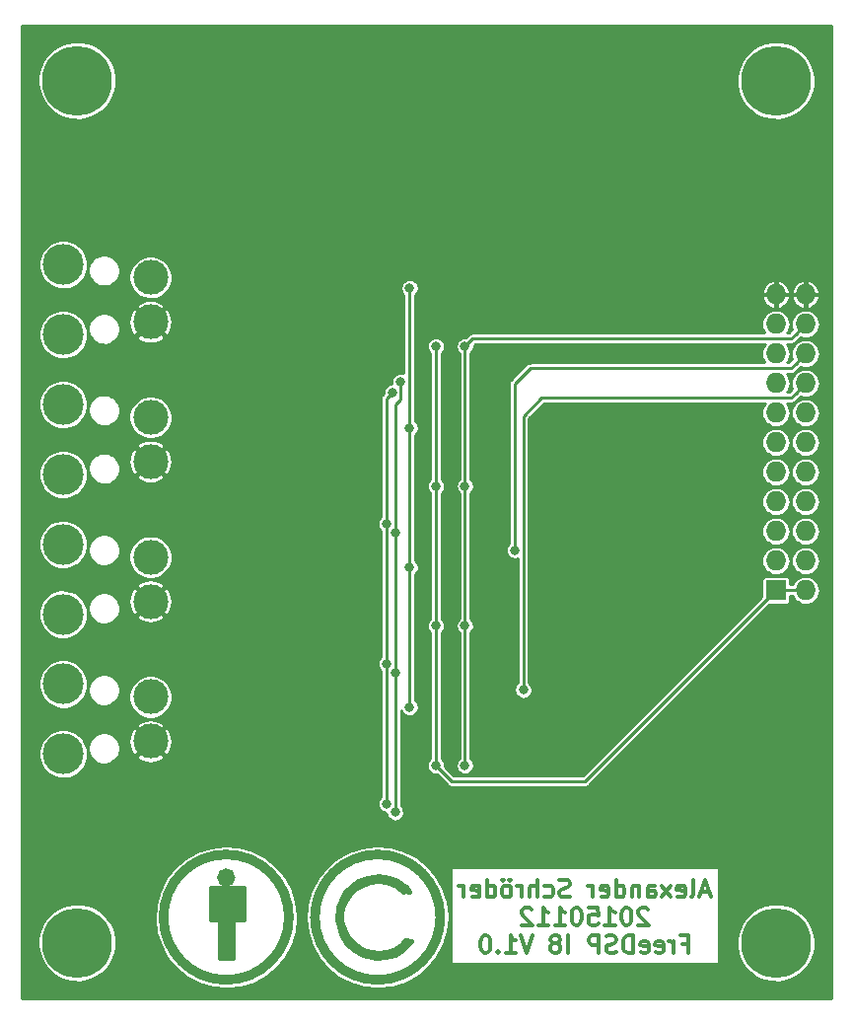
<source format=gbr>
G04 #@! TF.FileFunction,Copper,L2,Bot,Signal*
%FSLAX46Y46*%
G04 Gerber Fmt 4.6, Leading zero omitted, Abs format (unit mm)*
G04 Created by KiCad (PCBNEW 4.0.1-stable) date 12.01.2016 22:18:14*
%MOMM*%
G01*
G04 APERTURE LIST*
%ADD10C,0.100000*%
%ADD11C,0.300000*%
%ADD12C,0.381000*%
%ADD13R,1.727200X1.727200*%
%ADD14O,1.727200X1.727200*%
%ADD15C,6.000000*%
%ADD16C,3.000000*%
%ADD17C,3.500000*%
%ADD18C,0.800000*%
%ADD19C,0.250000*%
G04 APERTURE END LIST*
D10*
D11*
X59478570Y-74850000D02*
X58764284Y-74850000D01*
X59621427Y-75278571D02*
X59121427Y-73778571D01*
X58621427Y-75278571D01*
X57907141Y-75278571D02*
X58049999Y-75207143D01*
X58121427Y-75064286D01*
X58121427Y-73778571D01*
X56764285Y-75207143D02*
X56907142Y-75278571D01*
X57192856Y-75278571D01*
X57335713Y-75207143D01*
X57407142Y-75064286D01*
X57407142Y-74492857D01*
X57335713Y-74350000D01*
X57192856Y-74278571D01*
X56907142Y-74278571D01*
X56764285Y-74350000D01*
X56692856Y-74492857D01*
X56692856Y-74635714D01*
X57407142Y-74778571D01*
X56192856Y-75278571D02*
X55407142Y-74278571D01*
X56192856Y-74278571D02*
X55407142Y-75278571D01*
X54192856Y-75278571D02*
X54192856Y-74492857D01*
X54264285Y-74350000D01*
X54407142Y-74278571D01*
X54692856Y-74278571D01*
X54835713Y-74350000D01*
X54192856Y-75207143D02*
X54335713Y-75278571D01*
X54692856Y-75278571D01*
X54835713Y-75207143D01*
X54907142Y-75064286D01*
X54907142Y-74921429D01*
X54835713Y-74778571D01*
X54692856Y-74707143D01*
X54335713Y-74707143D01*
X54192856Y-74635714D01*
X53478570Y-74278571D02*
X53478570Y-75278571D01*
X53478570Y-74421429D02*
X53407142Y-74350000D01*
X53264284Y-74278571D01*
X53049999Y-74278571D01*
X52907142Y-74350000D01*
X52835713Y-74492857D01*
X52835713Y-75278571D01*
X51478570Y-75278571D02*
X51478570Y-73778571D01*
X51478570Y-75207143D02*
X51621427Y-75278571D01*
X51907141Y-75278571D01*
X52049999Y-75207143D01*
X52121427Y-75135714D01*
X52192856Y-74992857D01*
X52192856Y-74564286D01*
X52121427Y-74421429D01*
X52049999Y-74350000D01*
X51907141Y-74278571D01*
X51621427Y-74278571D01*
X51478570Y-74350000D01*
X50192856Y-75207143D02*
X50335713Y-75278571D01*
X50621427Y-75278571D01*
X50764284Y-75207143D01*
X50835713Y-75064286D01*
X50835713Y-74492857D01*
X50764284Y-74350000D01*
X50621427Y-74278571D01*
X50335713Y-74278571D01*
X50192856Y-74350000D01*
X50121427Y-74492857D01*
X50121427Y-74635714D01*
X50835713Y-74778571D01*
X49478570Y-75278571D02*
X49478570Y-74278571D01*
X49478570Y-74564286D02*
X49407142Y-74421429D01*
X49335713Y-74350000D01*
X49192856Y-74278571D01*
X49049999Y-74278571D01*
X47478571Y-75207143D02*
X47264285Y-75278571D01*
X46907142Y-75278571D01*
X46764285Y-75207143D01*
X46692856Y-75135714D01*
X46621428Y-74992857D01*
X46621428Y-74850000D01*
X46692856Y-74707143D01*
X46764285Y-74635714D01*
X46907142Y-74564286D01*
X47192856Y-74492857D01*
X47335714Y-74421429D01*
X47407142Y-74350000D01*
X47478571Y-74207143D01*
X47478571Y-74064286D01*
X47407142Y-73921429D01*
X47335714Y-73850000D01*
X47192856Y-73778571D01*
X46835714Y-73778571D01*
X46621428Y-73850000D01*
X45335714Y-75207143D02*
X45478571Y-75278571D01*
X45764285Y-75278571D01*
X45907143Y-75207143D01*
X45978571Y-75135714D01*
X46050000Y-74992857D01*
X46050000Y-74564286D01*
X45978571Y-74421429D01*
X45907143Y-74350000D01*
X45764285Y-74278571D01*
X45478571Y-74278571D01*
X45335714Y-74350000D01*
X44692857Y-75278571D02*
X44692857Y-73778571D01*
X44050000Y-75278571D02*
X44050000Y-74492857D01*
X44121429Y-74350000D01*
X44264286Y-74278571D01*
X44478571Y-74278571D01*
X44621429Y-74350000D01*
X44692857Y-74421429D01*
X43335714Y-75278571D02*
X43335714Y-74278571D01*
X43335714Y-74564286D02*
X43264286Y-74421429D01*
X43192857Y-74350000D01*
X43050000Y-74278571D01*
X42907143Y-74278571D01*
X42192857Y-75278571D02*
X42335715Y-75207143D01*
X42407143Y-75135714D01*
X42478572Y-74992857D01*
X42478572Y-74564286D01*
X42407143Y-74421429D01*
X42335715Y-74350000D01*
X42192857Y-74278571D01*
X41978572Y-74278571D01*
X41835715Y-74350000D01*
X41764286Y-74421429D01*
X41692857Y-74564286D01*
X41692857Y-74992857D01*
X41764286Y-75135714D01*
X41835715Y-75207143D01*
X41978572Y-75278571D01*
X42192857Y-75278571D01*
X42335715Y-73778571D02*
X42264286Y-73850000D01*
X42335715Y-73921429D01*
X42407143Y-73850000D01*
X42335715Y-73778571D01*
X42335715Y-73921429D01*
X41764286Y-73778571D02*
X41692857Y-73850000D01*
X41764286Y-73921429D01*
X41835715Y-73850000D01*
X41764286Y-73778571D01*
X41764286Y-73921429D01*
X40407143Y-75278571D02*
X40407143Y-73778571D01*
X40407143Y-75207143D02*
X40550000Y-75278571D01*
X40835714Y-75278571D01*
X40978572Y-75207143D01*
X41050000Y-75135714D01*
X41121429Y-74992857D01*
X41121429Y-74564286D01*
X41050000Y-74421429D01*
X40978572Y-74350000D01*
X40835714Y-74278571D01*
X40550000Y-74278571D01*
X40407143Y-74350000D01*
X39121429Y-75207143D02*
X39264286Y-75278571D01*
X39550000Y-75278571D01*
X39692857Y-75207143D01*
X39764286Y-75064286D01*
X39764286Y-74492857D01*
X39692857Y-74350000D01*
X39550000Y-74278571D01*
X39264286Y-74278571D01*
X39121429Y-74350000D01*
X39050000Y-74492857D01*
X39050000Y-74635714D01*
X39764286Y-74778571D01*
X38407143Y-75278571D02*
X38407143Y-74278571D01*
X38407143Y-74564286D02*
X38335715Y-74421429D01*
X38264286Y-74350000D01*
X38121429Y-74278571D01*
X37978572Y-74278571D01*
X54228570Y-76321429D02*
X54157141Y-76250000D01*
X54014284Y-76178571D01*
X53657141Y-76178571D01*
X53514284Y-76250000D01*
X53442855Y-76321429D01*
X53371427Y-76464286D01*
X53371427Y-76607143D01*
X53442855Y-76821429D01*
X54299998Y-77678571D01*
X53371427Y-77678571D01*
X52442856Y-76178571D02*
X52299999Y-76178571D01*
X52157142Y-76250000D01*
X52085713Y-76321429D01*
X52014284Y-76464286D01*
X51942856Y-76750000D01*
X51942856Y-77107143D01*
X52014284Y-77392857D01*
X52085713Y-77535714D01*
X52157142Y-77607143D01*
X52299999Y-77678571D01*
X52442856Y-77678571D01*
X52585713Y-77607143D01*
X52657142Y-77535714D01*
X52728570Y-77392857D01*
X52799999Y-77107143D01*
X52799999Y-76750000D01*
X52728570Y-76464286D01*
X52657142Y-76321429D01*
X52585713Y-76250000D01*
X52442856Y-76178571D01*
X50514285Y-77678571D02*
X51371428Y-77678571D01*
X50942856Y-77678571D02*
X50942856Y-76178571D01*
X51085713Y-76392857D01*
X51228571Y-76535714D01*
X51371428Y-76607143D01*
X49157142Y-76178571D02*
X49871428Y-76178571D01*
X49942857Y-76892857D01*
X49871428Y-76821429D01*
X49728571Y-76750000D01*
X49371428Y-76750000D01*
X49228571Y-76821429D01*
X49157142Y-76892857D01*
X49085714Y-77035714D01*
X49085714Y-77392857D01*
X49157142Y-77535714D01*
X49228571Y-77607143D01*
X49371428Y-77678571D01*
X49728571Y-77678571D01*
X49871428Y-77607143D01*
X49942857Y-77535714D01*
X48157143Y-76178571D02*
X48014286Y-76178571D01*
X47871429Y-76250000D01*
X47800000Y-76321429D01*
X47728571Y-76464286D01*
X47657143Y-76750000D01*
X47657143Y-77107143D01*
X47728571Y-77392857D01*
X47800000Y-77535714D01*
X47871429Y-77607143D01*
X48014286Y-77678571D01*
X48157143Y-77678571D01*
X48300000Y-77607143D01*
X48371429Y-77535714D01*
X48442857Y-77392857D01*
X48514286Y-77107143D01*
X48514286Y-76750000D01*
X48442857Y-76464286D01*
X48371429Y-76321429D01*
X48300000Y-76250000D01*
X48157143Y-76178571D01*
X46228572Y-77678571D02*
X47085715Y-77678571D01*
X46657143Y-77678571D02*
X46657143Y-76178571D01*
X46800000Y-76392857D01*
X46942858Y-76535714D01*
X47085715Y-76607143D01*
X44800001Y-77678571D02*
X45657144Y-77678571D01*
X45228572Y-77678571D02*
X45228572Y-76178571D01*
X45371429Y-76392857D01*
X45514287Y-76535714D01*
X45657144Y-76607143D01*
X44228573Y-76321429D02*
X44157144Y-76250000D01*
X44014287Y-76178571D01*
X43657144Y-76178571D01*
X43514287Y-76250000D01*
X43442858Y-76321429D01*
X43371430Y-76464286D01*
X43371430Y-76607143D01*
X43442858Y-76821429D01*
X44300001Y-77678571D01*
X43371430Y-77678571D01*
X57192855Y-79292857D02*
X57692855Y-79292857D01*
X57692855Y-80078571D02*
X57692855Y-78578571D01*
X56978569Y-78578571D01*
X56407141Y-80078571D02*
X56407141Y-79078571D01*
X56407141Y-79364286D02*
X56335713Y-79221429D01*
X56264284Y-79150000D01*
X56121427Y-79078571D01*
X55978570Y-79078571D01*
X54907142Y-80007143D02*
X55049999Y-80078571D01*
X55335713Y-80078571D01*
X55478570Y-80007143D01*
X55549999Y-79864286D01*
X55549999Y-79292857D01*
X55478570Y-79150000D01*
X55335713Y-79078571D01*
X55049999Y-79078571D01*
X54907142Y-79150000D01*
X54835713Y-79292857D01*
X54835713Y-79435714D01*
X55549999Y-79578571D01*
X53621428Y-80007143D02*
X53764285Y-80078571D01*
X54049999Y-80078571D01*
X54192856Y-80007143D01*
X54264285Y-79864286D01*
X54264285Y-79292857D01*
X54192856Y-79150000D01*
X54049999Y-79078571D01*
X53764285Y-79078571D01*
X53621428Y-79150000D01*
X53549999Y-79292857D01*
X53549999Y-79435714D01*
X54264285Y-79578571D01*
X52907142Y-80078571D02*
X52907142Y-78578571D01*
X52549999Y-78578571D01*
X52335714Y-78650000D01*
X52192856Y-78792857D01*
X52121428Y-78935714D01*
X52049999Y-79221429D01*
X52049999Y-79435714D01*
X52121428Y-79721429D01*
X52192856Y-79864286D01*
X52335714Y-80007143D01*
X52549999Y-80078571D01*
X52907142Y-80078571D01*
X51478571Y-80007143D02*
X51264285Y-80078571D01*
X50907142Y-80078571D01*
X50764285Y-80007143D01*
X50692856Y-79935714D01*
X50621428Y-79792857D01*
X50621428Y-79650000D01*
X50692856Y-79507143D01*
X50764285Y-79435714D01*
X50907142Y-79364286D01*
X51192856Y-79292857D01*
X51335714Y-79221429D01*
X51407142Y-79150000D01*
X51478571Y-79007143D01*
X51478571Y-78864286D01*
X51407142Y-78721429D01*
X51335714Y-78650000D01*
X51192856Y-78578571D01*
X50835714Y-78578571D01*
X50621428Y-78650000D01*
X49978571Y-80078571D02*
X49978571Y-78578571D01*
X49407143Y-78578571D01*
X49264285Y-78650000D01*
X49192857Y-78721429D01*
X49121428Y-78864286D01*
X49121428Y-79078571D01*
X49192857Y-79221429D01*
X49264285Y-79292857D01*
X49407143Y-79364286D01*
X49978571Y-79364286D01*
X47335714Y-80078571D02*
X47335714Y-78578571D01*
X46407142Y-79221429D02*
X46550000Y-79150000D01*
X46621428Y-79078571D01*
X46692857Y-78935714D01*
X46692857Y-78864286D01*
X46621428Y-78721429D01*
X46550000Y-78650000D01*
X46407142Y-78578571D01*
X46121428Y-78578571D01*
X45978571Y-78650000D01*
X45907142Y-78721429D01*
X45835714Y-78864286D01*
X45835714Y-78935714D01*
X45907142Y-79078571D01*
X45978571Y-79150000D01*
X46121428Y-79221429D01*
X46407142Y-79221429D01*
X46550000Y-79292857D01*
X46621428Y-79364286D01*
X46692857Y-79507143D01*
X46692857Y-79792857D01*
X46621428Y-79935714D01*
X46550000Y-80007143D01*
X46407142Y-80078571D01*
X46121428Y-80078571D01*
X45978571Y-80007143D01*
X45907142Y-79935714D01*
X45835714Y-79792857D01*
X45835714Y-79507143D01*
X45907142Y-79364286D01*
X45978571Y-79292857D01*
X46121428Y-79221429D01*
X44264286Y-78578571D02*
X43764286Y-80078571D01*
X43264286Y-78578571D01*
X41978572Y-80078571D02*
X42835715Y-80078571D01*
X42407143Y-80078571D02*
X42407143Y-78578571D01*
X42550000Y-78792857D01*
X42692858Y-78935714D01*
X42835715Y-79007143D01*
X41335715Y-79935714D02*
X41264287Y-80007143D01*
X41335715Y-80078571D01*
X41407144Y-80007143D01*
X41335715Y-79935714D01*
X41335715Y-80078571D01*
X40335715Y-78578571D02*
X40192858Y-78578571D01*
X40050001Y-78650000D01*
X39978572Y-78721429D01*
X39907143Y-78864286D01*
X39835715Y-79150000D01*
X39835715Y-79507143D01*
X39907143Y-79792857D01*
X39978572Y-79935714D01*
X40050001Y-80007143D01*
X40192858Y-80078571D01*
X40335715Y-80078571D01*
X40478572Y-80007143D01*
X40550001Y-79935714D01*
X40621429Y-79792857D01*
X40692858Y-79507143D01*
X40692858Y-79150000D01*
X40621429Y-78864286D01*
X40550001Y-78721429D01*
X40478572Y-78650000D01*
X40335715Y-78578571D01*
D12*
X33450000Y-74400000D02*
X33700000Y-74800000D01*
X33700000Y-74800000D02*
X33275000Y-74775000D01*
X33275000Y-74775000D02*
X33400000Y-74450000D01*
X33625000Y-79250000D02*
X33850000Y-79025000D01*
X33850000Y-79025000D02*
X33450000Y-78975000D01*
X33300000Y-79375000D02*
X32875000Y-79750000D01*
X32875000Y-79750000D02*
X32850000Y-79750000D01*
X32800860Y-79900680D02*
X31200660Y-80299460D01*
X31200660Y-80299460D02*
X29699520Y-79999740D01*
X29699520Y-79999740D02*
X28698760Y-79301240D01*
X28698760Y-79301240D02*
X28000260Y-78198880D01*
X28000260Y-78198880D02*
X27700540Y-77200660D01*
X27700540Y-77200660D02*
X27901200Y-75999240D01*
X27901200Y-75999240D02*
X28500640Y-74800360D01*
X28500640Y-74800360D02*
X29498860Y-74000260D01*
X29498860Y-74000260D02*
X30900940Y-73700540D01*
X30900940Y-73700540D02*
X32300480Y-73901200D01*
X32300480Y-73901200D02*
X33199640Y-74500640D01*
X33400300Y-78998980D02*
X32998980Y-79400300D01*
X32998980Y-79400300D02*
X32399540Y-79799080D01*
X32399540Y-79799080D02*
X31800100Y-79999740D01*
X31800100Y-79999740D02*
X31099060Y-80098800D01*
X31099060Y-80098800D02*
X30400560Y-79999740D01*
X30400560Y-79999740D02*
X29699520Y-79799080D01*
X29699520Y-79799080D02*
X29100080Y-79301240D01*
X29100080Y-79301240D02*
X28500640Y-78699260D01*
X28500640Y-78699260D02*
X28200920Y-78198880D01*
X28200920Y-78198880D02*
X27901200Y-77398780D01*
X27901200Y-77398780D02*
X27901200Y-76799340D01*
X27901200Y-76799340D02*
X28000260Y-76199900D01*
X28000260Y-76199900D02*
X28200920Y-75699520D01*
X28200920Y-75699520D02*
X28599700Y-75001020D01*
X28599700Y-75001020D02*
X29100080Y-74599700D01*
X29100080Y-74599700D02*
X29699520Y-74200920D01*
X29699520Y-74200920D02*
X30298960Y-74000260D01*
X30298960Y-74000260D02*
X31000000Y-73901200D01*
X31000000Y-73901200D02*
X31800100Y-74000260D01*
X31800100Y-74000260D02*
X32600200Y-74299980D01*
X32600200Y-74299980D02*
X33199640Y-74800360D01*
X33400300Y-74399040D02*
X32699260Y-73901200D01*
X32699260Y-73901200D02*
X32000760Y-73598940D01*
X32000760Y-73598940D02*
X31099060Y-73499880D01*
X31099060Y-73499880D02*
X30199900Y-73598940D01*
X30199900Y-73598940D02*
X29300740Y-73901200D01*
X29300740Y-73901200D02*
X28200920Y-74800360D01*
X28200920Y-74800360D02*
X27598940Y-76100840D01*
X27598940Y-76100840D02*
X27499880Y-77200660D01*
X27499880Y-77200660D02*
X27901200Y-78501140D01*
X27901200Y-78501140D02*
X28299980Y-79199640D01*
X28299980Y-79199640D02*
X29001020Y-79799080D01*
X29001020Y-79799080D02*
X29699520Y-80200400D01*
X29699520Y-80200400D02*
X30799340Y-80500120D01*
X30799340Y-80500120D02*
X31701040Y-80401060D01*
X31701040Y-80401060D02*
X32501140Y-80200400D01*
X32501140Y-80200400D02*
X33100580Y-79799080D01*
X33100580Y-79799080D02*
X33600960Y-79301240D01*
X31000000Y-71599960D02*
X31500380Y-71599960D01*
X31500380Y-71599960D02*
X32300480Y-71899680D01*
X32300480Y-71899680D02*
X32998980Y-72100340D01*
X32998980Y-72100340D02*
X33700020Y-72301000D01*
X33700020Y-72301000D02*
X34299460Y-72798840D01*
X34299460Y-72798840D02*
X35000500Y-73400820D01*
X35000500Y-73400820D02*
X35500880Y-74000260D01*
X35500880Y-74000260D02*
X36001260Y-74899420D01*
X36001260Y-74899420D02*
X36300980Y-75900180D01*
X36300980Y-75900180D02*
X36400040Y-77099060D01*
X36400040Y-77099060D02*
X36199380Y-78300480D01*
X36199380Y-78300480D02*
X35800600Y-79400300D01*
X35800600Y-79400300D02*
X34799840Y-80898900D01*
X34799840Y-80898900D02*
X33600960Y-81800600D01*
X33600960Y-81800600D02*
X32300480Y-82300980D01*
X32300480Y-82300980D02*
X30900940Y-82300980D01*
X30900940Y-82300980D02*
X29399800Y-82199380D01*
X29399800Y-82199380D02*
X28399040Y-81699000D01*
X28399040Y-81699000D02*
X26798840Y-80401060D01*
X26798840Y-80401060D02*
X25998740Y-78800860D01*
X25998740Y-78800860D02*
X25599960Y-77299720D01*
X25599960Y-77299720D02*
X25800620Y-75600460D01*
X25800620Y-75600460D02*
X26301000Y-74500640D01*
X26301000Y-74500640D02*
X27598940Y-72900440D01*
X27598940Y-72900440D02*
X28599700Y-72199400D01*
X28599700Y-72199400D02*
X29600460Y-71800620D01*
X29600460Y-71800620D02*
X31000000Y-71699020D01*
X36180604Y-77000000D02*
G75*
G03X36180604Y-77000000I-5180604J0D01*
G01*
X36588000Y-77000000D02*
G75*
G03X36588000Y-77000000I-5588000J0D01*
G01*
X18398780Y-77299720D02*
X18398780Y-80299460D01*
X18398780Y-80299460D02*
X18200660Y-80299460D01*
X18200660Y-80299460D02*
X18200660Y-77299720D01*
X18200660Y-77299720D02*
X17900940Y-77299720D01*
X17900940Y-77299720D02*
X17900940Y-80401060D01*
X17900940Y-80401060D02*
X17700280Y-80401060D01*
X17700280Y-80401060D02*
X17700280Y-77299720D01*
X16801120Y-75100080D02*
X19399540Y-75100080D01*
X19399540Y-75100080D02*
X19399540Y-75498860D01*
X19399540Y-75498860D02*
X19399540Y-75399800D01*
X19399540Y-75399800D02*
X16801120Y-75399800D01*
X16801120Y-75399800D02*
X16801120Y-75699520D01*
X16801120Y-75699520D02*
X19300480Y-75699520D01*
X19300480Y-75699520D02*
X19300480Y-75900180D01*
X19300480Y-75900180D02*
X16900180Y-75900180D01*
X16900180Y-75900180D02*
X16900180Y-76199900D01*
X16900180Y-76199900D02*
X19399540Y-76199900D01*
X19399540Y-76199900D02*
X19399540Y-76499620D01*
X19399540Y-76499620D02*
X16900180Y-76499620D01*
X16900180Y-76499620D02*
X16900180Y-76700280D01*
X16900180Y-76700280D02*
X19399540Y-76700280D01*
X19399540Y-76700280D02*
X19399540Y-76900940D01*
X19399540Y-76900940D02*
X16900180Y-76900940D01*
X19399540Y-74800360D02*
X16900180Y-74800360D01*
X17700280Y-73200160D02*
X17700280Y-74000260D01*
X18299720Y-73200160D02*
X18299720Y-73901200D01*
X18000000Y-73200160D02*
X18000000Y-74000260D01*
X18599440Y-80500120D02*
X17499620Y-80500120D01*
X17499620Y-80500120D02*
X17499620Y-77299720D01*
X18599440Y-77299720D02*
X18599440Y-80500120D01*
X19501140Y-74500640D02*
X16699520Y-74500640D01*
X16699520Y-74500640D02*
X16699520Y-77200660D01*
X16699520Y-77200660D02*
X19501140Y-77200660D01*
X19501140Y-77200660D02*
X19501140Y-74500640D01*
X18583277Y-73598940D02*
G75*
G03X18583277Y-73598940I-583277J0D01*
G01*
X18000000Y-71599960D02*
X18500380Y-71599960D01*
X18500380Y-71599960D02*
X19300480Y-71899680D01*
X19300480Y-71899680D02*
X19998980Y-72100340D01*
X19998980Y-72100340D02*
X20700020Y-72301000D01*
X20700020Y-72301000D02*
X21299460Y-72798840D01*
X21299460Y-72798840D02*
X22000500Y-73400820D01*
X22000500Y-73400820D02*
X22500880Y-74000260D01*
X22500880Y-74000260D02*
X23001260Y-74899420D01*
X23001260Y-74899420D02*
X23300980Y-75900180D01*
X23300980Y-75900180D02*
X23400040Y-77099060D01*
X23400040Y-77099060D02*
X23199380Y-78300480D01*
X23199380Y-78300480D02*
X22800600Y-79400300D01*
X22800600Y-79400300D02*
X21799840Y-80898900D01*
X21799840Y-80898900D02*
X20600960Y-81800600D01*
X20600960Y-81800600D02*
X19300480Y-82300980D01*
X19300480Y-82300980D02*
X17900940Y-82300980D01*
X17900940Y-82300980D02*
X16399800Y-82199380D01*
X16399800Y-82199380D02*
X15399040Y-81699000D01*
X15399040Y-81699000D02*
X13798840Y-80401060D01*
X13798840Y-80401060D02*
X12998740Y-78800860D01*
X12998740Y-78800860D02*
X12599960Y-77299720D01*
X12599960Y-77299720D02*
X12800620Y-75600460D01*
X12800620Y-75600460D02*
X13301000Y-74500640D01*
X13301000Y-74500640D02*
X14598940Y-72900440D01*
X14598940Y-72900440D02*
X15599700Y-72199400D01*
X15599700Y-72199400D02*
X16600460Y-71800620D01*
X16600460Y-71800620D02*
X18000000Y-71699020D01*
X23180604Y-77000000D02*
G75*
G03X23180604Y-77000000I-5180604J0D01*
G01*
X23588000Y-77000000D02*
G75*
G03X23588000Y-77000000I-5588000J0D01*
G01*
D13*
X65200000Y-48950000D03*
D14*
X67740000Y-48950000D03*
X65200000Y-46410000D03*
X67740000Y-46410000D03*
X65200000Y-43870000D03*
X67740000Y-43870000D03*
X65200000Y-41330000D03*
X67740000Y-41330000D03*
X65200000Y-38790000D03*
X67740000Y-38790000D03*
X65200000Y-36250000D03*
X67740000Y-36250000D03*
X65200000Y-33710000D03*
X67740000Y-33710000D03*
X65200000Y-31170000D03*
X67740000Y-31170000D03*
X65200000Y-28630000D03*
X67740000Y-28630000D03*
X65200000Y-26090000D03*
X67740000Y-26090000D03*
X65200000Y-23550000D03*
X67740000Y-23550000D03*
D15*
X5200000Y-79200000D03*
X65200000Y-79200000D03*
X65200000Y-5200000D03*
X5200000Y-5200000D03*
D16*
X11500000Y-25900000D03*
X11500000Y-22100000D03*
D17*
X4000000Y-27000000D03*
X4000000Y-21000000D03*
D16*
X11500000Y-37900000D03*
X11500000Y-34100000D03*
D17*
X4000000Y-39000000D03*
X4000000Y-33000000D03*
D16*
X11500000Y-49900000D03*
X11500000Y-46100000D03*
D17*
X4000000Y-51000000D03*
X4000000Y-45000000D03*
D16*
X11500000Y-61900000D03*
X11500000Y-58100000D03*
D17*
X4000000Y-63000000D03*
X4000000Y-57000000D03*
D18*
X36000000Y-64000000D03*
X36000000Y-52000000D03*
X36000000Y-40000000D03*
X36000000Y-28000000D03*
X38500000Y-28000000D03*
X38500000Y-40000000D03*
X38500000Y-52000000D03*
X38500000Y-64000000D03*
X32250000Y-32000000D03*
X31750000Y-67250000D03*
X31750000Y-55250000D03*
X31750000Y-43250000D03*
X32975010Y-31051873D03*
X32500000Y-68000000D03*
X32500000Y-56000000D03*
X32500000Y-44000000D03*
X33750000Y-59000000D03*
X33750000Y-47000000D03*
X33750000Y-35000000D03*
X33750000Y-23000000D03*
X43500000Y-57500000D03*
X42750000Y-45500000D03*
D19*
X65200000Y-48950000D02*
X65194261Y-48950000D01*
X65194261Y-48950000D02*
X48806014Y-65338247D01*
X48806014Y-65338247D02*
X37338247Y-65338247D01*
X37338247Y-65338247D02*
X36000000Y-64000000D01*
X67740000Y-48950000D02*
X66518686Y-48950000D01*
X66518686Y-48950000D02*
X65200000Y-48950000D01*
X36000000Y-52000000D02*
X36000000Y-64000000D01*
X36000000Y-40000000D02*
X36000000Y-52000000D01*
X36000000Y-28000000D02*
X36000000Y-40000000D01*
X38500000Y-28000000D02*
X39153718Y-27346282D01*
X39153718Y-27346282D02*
X66483718Y-27346282D01*
X66483718Y-27346282D02*
X66876401Y-26953599D01*
X66876401Y-26953599D02*
X67740000Y-26090000D01*
X38500000Y-64000000D02*
X38500000Y-52000000D01*
X38500000Y-52000000D02*
X38500000Y-51250000D01*
X38500000Y-51250000D02*
X38500000Y-40000000D01*
X38500000Y-40000000D02*
X38500000Y-28000000D01*
X31750000Y-43250000D02*
X31750000Y-32500000D01*
X31750000Y-32500000D02*
X32250000Y-32000000D01*
X31750000Y-43250000D02*
X31750000Y-55250000D01*
X31750000Y-55250000D02*
X31750000Y-67250000D01*
X32500000Y-44000000D02*
X32500000Y-33023480D01*
X32500000Y-33023480D02*
X32975001Y-32548479D01*
X32975001Y-32548479D02*
X32975001Y-31051882D01*
X32975001Y-31051882D02*
X32975010Y-31051873D01*
X32500000Y-56000000D02*
X32500000Y-44000000D01*
X32500000Y-68000000D02*
X32500000Y-56000000D01*
X33750000Y-47000000D02*
X33750000Y-59000000D01*
X33750000Y-35000000D02*
X33750000Y-47000000D01*
X33750000Y-23000000D02*
X33750000Y-35000000D01*
X43500000Y-57500000D02*
X43500000Y-34000000D01*
X43500000Y-34000000D02*
X45072498Y-32427502D01*
X45072498Y-32427502D02*
X66482498Y-32427502D01*
X66482498Y-32427502D02*
X66876401Y-32033599D01*
X66876401Y-32033599D02*
X67740000Y-31170000D01*
X42750000Y-45500000D02*
X42750000Y-31242000D01*
X42750000Y-31242000D02*
X44093116Y-29898884D01*
X66876401Y-29493599D02*
X67740000Y-28630000D01*
X44093116Y-29898884D02*
X66471116Y-29898884D01*
X66471116Y-29898884D02*
X66876401Y-29493599D01*
G36*
X69950000Y-83950000D02*
X450000Y-83950000D01*
X450000Y-79483779D01*
X1820564Y-79483779D01*
X1940044Y-80134777D01*
X2183696Y-80750170D01*
X2542237Y-81306517D01*
X3002012Y-81782628D01*
X3545507Y-82160367D01*
X4152021Y-82425346D01*
X4798453Y-82567474D01*
X5460180Y-82581335D01*
X6111996Y-82466402D01*
X6729075Y-82227053D01*
X7287911Y-81872405D01*
X7767220Y-81415965D01*
X8148744Y-80875120D01*
X8417952Y-80270470D01*
X8564588Y-79625046D01*
X8575145Y-78869064D01*
X8446586Y-78219798D01*
X8194367Y-77607867D01*
X7847583Y-77085916D01*
X11847100Y-77085916D01*
X11980969Y-78279385D01*
X12344101Y-79424122D01*
X12922664Y-80476524D01*
X13694622Y-81396508D01*
X14630570Y-82149029D01*
X15694858Y-82705426D01*
X16846949Y-83044505D01*
X18042959Y-83153350D01*
X19237333Y-83027816D01*
X20384577Y-82672685D01*
X21440994Y-82101483D01*
X22366344Y-81335967D01*
X23125381Y-80405295D01*
X23689194Y-79344917D01*
X24036308Y-78195221D01*
X24145075Y-77085916D01*
X24847100Y-77085916D01*
X24980969Y-78279385D01*
X25344101Y-79424122D01*
X25922664Y-80476524D01*
X26694622Y-81396508D01*
X27630570Y-82149029D01*
X28694858Y-82705426D01*
X29846949Y-83044505D01*
X31042959Y-83153350D01*
X32237333Y-83027816D01*
X33384577Y-82672685D01*
X34440994Y-82101483D01*
X35366344Y-81335967D01*
X36125381Y-80405295D01*
X36689194Y-79344917D01*
X37036308Y-78195221D01*
X37153500Y-77000000D01*
X37151101Y-76828184D01*
X37000582Y-75636701D01*
X36621502Y-74497146D01*
X36028301Y-73452924D01*
X35399975Y-72725000D01*
X37310716Y-72725000D01*
X37310716Y-80975000D01*
X60289285Y-80975000D01*
X60289285Y-79483779D01*
X61820564Y-79483779D01*
X61940044Y-80134777D01*
X62183696Y-80750170D01*
X62542237Y-81306517D01*
X63002012Y-81782628D01*
X63545507Y-82160367D01*
X64152021Y-82425346D01*
X64798453Y-82567474D01*
X65460180Y-82581335D01*
X66111996Y-82466402D01*
X66729075Y-82227053D01*
X67287911Y-81872405D01*
X67767220Y-81415965D01*
X68148744Y-80875120D01*
X68417952Y-80270470D01*
X68564588Y-79625046D01*
X68575145Y-78869064D01*
X68446586Y-78219798D01*
X68194367Y-77607867D01*
X67828092Y-77056580D01*
X67361715Y-76586935D01*
X66812999Y-76216821D01*
X66202844Y-75960336D01*
X65554491Y-75827248D01*
X64892635Y-75822627D01*
X64242487Y-75946650D01*
X63628810Y-76194591D01*
X63074980Y-76557008D01*
X62602090Y-77020095D01*
X62228155Y-77566214D01*
X61967416Y-78174564D01*
X61829805Y-78821972D01*
X61820564Y-79483779D01*
X60289285Y-79483779D01*
X60289285Y-72725000D01*
X37310716Y-72725000D01*
X35399975Y-72725000D01*
X35243574Y-72543808D01*
X34297210Y-71804428D01*
X33225257Y-71262945D01*
X32068544Y-70939985D01*
X30871131Y-70847850D01*
X29678626Y-70990047D01*
X28536452Y-71361162D01*
X27488114Y-71947058D01*
X26573543Y-72725420D01*
X25827573Y-73666599D01*
X25278620Y-74734746D01*
X24947593Y-75889175D01*
X24847100Y-77085916D01*
X24145075Y-77085916D01*
X24153500Y-77000000D01*
X24151101Y-76828184D01*
X24000582Y-75636701D01*
X23621502Y-74497146D01*
X23028301Y-73452924D01*
X22243574Y-72543808D01*
X21297210Y-71804428D01*
X20225257Y-71262945D01*
X19068544Y-70939985D01*
X17871131Y-70847850D01*
X16678626Y-70990047D01*
X15536452Y-71361162D01*
X14488114Y-71947058D01*
X13573543Y-72725420D01*
X12827573Y-73666599D01*
X12278620Y-74734746D01*
X11947593Y-75889175D01*
X11847100Y-77085916D01*
X7847583Y-77085916D01*
X7828092Y-77056580D01*
X7361715Y-76586935D01*
X6812999Y-76216821D01*
X6202844Y-75960336D01*
X5554491Y-75827248D01*
X4892635Y-75822627D01*
X4242487Y-75946650D01*
X3628810Y-76194591D01*
X3074980Y-76557008D01*
X2602090Y-77020095D01*
X2228155Y-77566214D01*
X1967416Y-78174564D01*
X1829805Y-78821972D01*
X1820564Y-79483779D01*
X450000Y-79483779D01*
X450000Y-63178676D01*
X1872207Y-63178676D01*
X1947435Y-63588563D01*
X2100845Y-63976033D01*
X2326593Y-64326326D01*
X2616081Y-64626099D01*
X2958282Y-64863935D01*
X3340162Y-65030774D01*
X3747174Y-65120261D01*
X4163817Y-65128989D01*
X4574220Y-65056624D01*
X4962751Y-64905922D01*
X5314611Y-64682625D01*
X5616398Y-64395237D01*
X5856617Y-64054705D01*
X6026118Y-63674000D01*
X6118445Y-63267622D01*
X6125091Y-62791633D01*
X6090239Y-62615614D01*
X6123193Y-62615614D01*
X6171870Y-62880835D01*
X6271135Y-63131551D01*
X6417208Y-63358211D01*
X6604523Y-63552182D01*
X6825947Y-63706075D01*
X7073046Y-63814030D01*
X7336407Y-63871934D01*
X7605999Y-63877581D01*
X7871554Y-63830756D01*
X8122956Y-63733244D01*
X8350631Y-63588757D01*
X8545904Y-63402801D01*
X8676358Y-63217870D01*
X10288196Y-63217870D01*
X10454124Y-63467123D01*
X10779950Y-63641051D01*
X11133448Y-63748072D01*
X11501032Y-63784073D01*
X11868577Y-63747670D01*
X12221957Y-63640262D01*
X12545876Y-63467123D01*
X12711804Y-63217870D01*
X11500000Y-62006066D01*
X10288196Y-63217870D01*
X8676358Y-63217870D01*
X8701340Y-63182456D01*
X8811017Y-62936117D01*
X8870758Y-62673167D01*
X8875059Y-62365174D01*
X8822683Y-62100658D01*
X8740404Y-61901032D01*
X9615927Y-61901032D01*
X9652330Y-62268577D01*
X9759738Y-62621957D01*
X9932877Y-62945876D01*
X10182130Y-63111804D01*
X11393934Y-61900000D01*
X11606066Y-61900000D01*
X12817870Y-63111804D01*
X13067123Y-62945876D01*
X13241051Y-62620050D01*
X13348072Y-62266552D01*
X13384073Y-61898968D01*
X13347670Y-61531423D01*
X13240262Y-61178043D01*
X13067123Y-60854124D01*
X12817870Y-60688196D01*
X11606066Y-61900000D01*
X11393934Y-61900000D01*
X10182130Y-60688196D01*
X9932877Y-60854124D01*
X9758949Y-61179950D01*
X9651928Y-61533448D01*
X9615927Y-61901032D01*
X8740404Y-61901032D01*
X8719927Y-61851353D01*
X8570704Y-61626755D01*
X8380699Y-61435418D01*
X8157148Y-61284631D01*
X7908566Y-61180137D01*
X7644422Y-61125916D01*
X7374777Y-61124033D01*
X7109902Y-61174561D01*
X6859886Y-61275574D01*
X6634251Y-61423225D01*
X6441592Y-61611891D01*
X6289248Y-61834384D01*
X6183021Y-62082230D01*
X6126958Y-62345989D01*
X6123193Y-62615614D01*
X6090239Y-62615614D01*
X6044147Y-62382836D01*
X5885342Y-61997546D01*
X5654725Y-61650439D01*
X5361080Y-61354737D01*
X5015592Y-61121702D01*
X4631420Y-60960211D01*
X4223198Y-60876415D01*
X3806474Y-60873506D01*
X3397121Y-60951594D01*
X3010732Y-61107705D01*
X2662024Y-61335894D01*
X2364279Y-61627467D01*
X2128838Y-61971320D01*
X1964669Y-62354355D01*
X1878025Y-62761982D01*
X1872207Y-63178676D01*
X450000Y-63178676D01*
X450000Y-60582130D01*
X10288196Y-60582130D01*
X11500000Y-61793934D01*
X12711804Y-60582130D01*
X12545876Y-60332877D01*
X12220050Y-60158949D01*
X11866552Y-60051928D01*
X11498968Y-60015927D01*
X11131423Y-60052330D01*
X10778043Y-60159738D01*
X10454124Y-60332877D01*
X10288196Y-60582130D01*
X450000Y-60582130D01*
X450000Y-57178676D01*
X1872207Y-57178676D01*
X1947435Y-57588563D01*
X2100845Y-57976033D01*
X2326593Y-58326326D01*
X2616081Y-58626099D01*
X2958282Y-58863935D01*
X3340162Y-59030774D01*
X3747174Y-59120261D01*
X4163817Y-59128989D01*
X4574220Y-59056624D01*
X4962751Y-58905922D01*
X5314611Y-58682625D01*
X5616398Y-58395237D01*
X5856617Y-58054705D01*
X6026118Y-57674000D01*
X6039383Y-57615614D01*
X6123193Y-57615614D01*
X6171870Y-57880835D01*
X6271135Y-58131551D01*
X6417208Y-58358211D01*
X6604523Y-58552182D01*
X6825947Y-58706075D01*
X7073046Y-58814030D01*
X7336407Y-58871934D01*
X7605999Y-58877581D01*
X7871554Y-58830756D01*
X8122956Y-58733244D01*
X8350631Y-58588757D01*
X8545904Y-58402801D01*
X8648293Y-58257655D01*
X9622536Y-58257655D01*
X9688914Y-58619321D01*
X9824276Y-58961205D01*
X10023465Y-59270287D01*
X10278895Y-59534793D01*
X10580837Y-59744648D01*
X10917790Y-59891859D01*
X11276918Y-59970819D01*
X11644544Y-59978519D01*
X12006664Y-59914668D01*
X12349486Y-59781696D01*
X12659951Y-59584669D01*
X12926233Y-59331091D01*
X13138191Y-59030622D01*
X13287751Y-58694706D01*
X13369216Y-58336137D01*
X13375080Y-57916147D01*
X13303659Y-57555443D01*
X13163537Y-57215482D01*
X12960051Y-56909211D01*
X12700953Y-56648298D01*
X12396110Y-56442679D01*
X12057135Y-56300187D01*
X11696939Y-56226249D01*
X11329242Y-56223682D01*
X10968048Y-56292583D01*
X10627117Y-56430329D01*
X10319433Y-56631671D01*
X10056717Y-56888942D01*
X9848975Y-57192341D01*
X9704120Y-57530313D01*
X9627670Y-57889985D01*
X9622536Y-58257655D01*
X8648293Y-58257655D01*
X8701340Y-58182456D01*
X8811017Y-57936117D01*
X8870758Y-57673167D01*
X8875059Y-57365174D01*
X8822683Y-57100658D01*
X8719927Y-56851353D01*
X8570704Y-56626755D01*
X8380699Y-56435418D01*
X8157148Y-56284631D01*
X7908566Y-56180137D01*
X7644422Y-56125916D01*
X7374777Y-56124033D01*
X7109902Y-56174561D01*
X6859886Y-56275574D01*
X6634251Y-56423225D01*
X6441592Y-56611891D01*
X6289248Y-56834384D01*
X6183021Y-57082230D01*
X6126958Y-57345989D01*
X6123193Y-57615614D01*
X6039383Y-57615614D01*
X6118445Y-57267622D01*
X6125091Y-56791633D01*
X6044147Y-56382836D01*
X5885342Y-55997546D01*
X5654725Y-55650439D01*
X5361080Y-55354737D01*
X5015592Y-55121702D01*
X4631420Y-54960211D01*
X4223198Y-54876415D01*
X3806474Y-54873506D01*
X3397121Y-54951594D01*
X3010732Y-55107705D01*
X2662024Y-55335894D01*
X2364279Y-55627467D01*
X2128838Y-55971320D01*
X1964669Y-56354355D01*
X1878025Y-56761982D01*
X1872207Y-57178676D01*
X450000Y-57178676D01*
X450000Y-51178676D01*
X1872207Y-51178676D01*
X1947435Y-51588563D01*
X2100845Y-51976033D01*
X2326593Y-52326326D01*
X2616081Y-52626099D01*
X2958282Y-52863935D01*
X3340162Y-53030774D01*
X3747174Y-53120261D01*
X4163817Y-53128989D01*
X4574220Y-53056624D01*
X4962751Y-52905922D01*
X5314611Y-52682625D01*
X5616398Y-52395237D01*
X5856617Y-52054705D01*
X6026118Y-51674000D01*
X6118445Y-51267622D01*
X6125091Y-50791633D01*
X6090239Y-50615614D01*
X6123193Y-50615614D01*
X6171870Y-50880835D01*
X6271135Y-51131551D01*
X6417208Y-51358211D01*
X6604523Y-51552182D01*
X6825947Y-51706075D01*
X7073046Y-51814030D01*
X7336407Y-51871934D01*
X7605999Y-51877581D01*
X7871554Y-51830756D01*
X8122956Y-51733244D01*
X8350631Y-51588757D01*
X8545904Y-51402801D01*
X8676358Y-51217870D01*
X10288196Y-51217870D01*
X10454124Y-51467123D01*
X10779950Y-51641051D01*
X11133448Y-51748072D01*
X11501032Y-51784073D01*
X11868577Y-51747670D01*
X12221957Y-51640262D01*
X12545876Y-51467123D01*
X12711804Y-51217870D01*
X11500000Y-50006066D01*
X10288196Y-51217870D01*
X8676358Y-51217870D01*
X8701340Y-51182456D01*
X8811017Y-50936117D01*
X8870758Y-50673167D01*
X8875059Y-50365174D01*
X8822683Y-50100658D01*
X8740404Y-49901032D01*
X9615927Y-49901032D01*
X9652330Y-50268577D01*
X9759738Y-50621957D01*
X9932877Y-50945876D01*
X10182130Y-51111804D01*
X11393934Y-49900000D01*
X11606066Y-49900000D01*
X12817870Y-51111804D01*
X13067123Y-50945876D01*
X13241051Y-50620050D01*
X13348072Y-50266552D01*
X13384073Y-49898968D01*
X13347670Y-49531423D01*
X13240262Y-49178043D01*
X13067123Y-48854124D01*
X12817870Y-48688196D01*
X11606066Y-49900000D01*
X11393934Y-49900000D01*
X10182130Y-48688196D01*
X9932877Y-48854124D01*
X9758949Y-49179950D01*
X9651928Y-49533448D01*
X9615927Y-49901032D01*
X8740404Y-49901032D01*
X8719927Y-49851353D01*
X8570704Y-49626755D01*
X8380699Y-49435418D01*
X8157148Y-49284631D01*
X7908566Y-49180137D01*
X7644422Y-49125916D01*
X7374777Y-49124033D01*
X7109902Y-49174561D01*
X6859886Y-49275574D01*
X6634251Y-49423225D01*
X6441592Y-49611891D01*
X6289248Y-49834384D01*
X6183021Y-50082230D01*
X6126958Y-50345989D01*
X6123193Y-50615614D01*
X6090239Y-50615614D01*
X6044147Y-50382836D01*
X5885342Y-49997546D01*
X5654725Y-49650439D01*
X5361080Y-49354737D01*
X5015592Y-49121702D01*
X4631420Y-48960211D01*
X4223198Y-48876415D01*
X3806474Y-48873506D01*
X3397121Y-48951594D01*
X3010732Y-49107705D01*
X2662024Y-49335894D01*
X2364279Y-49627467D01*
X2128838Y-49971320D01*
X1964669Y-50354355D01*
X1878025Y-50761982D01*
X1872207Y-51178676D01*
X450000Y-51178676D01*
X450000Y-48582130D01*
X10288196Y-48582130D01*
X11500000Y-49793934D01*
X12711804Y-48582130D01*
X12545876Y-48332877D01*
X12220050Y-48158949D01*
X11866552Y-48051928D01*
X11498968Y-48015927D01*
X11131423Y-48052330D01*
X10778043Y-48159738D01*
X10454124Y-48332877D01*
X10288196Y-48582130D01*
X450000Y-48582130D01*
X450000Y-45178676D01*
X1872207Y-45178676D01*
X1947435Y-45588563D01*
X2100845Y-45976033D01*
X2326593Y-46326326D01*
X2616081Y-46626099D01*
X2958282Y-46863935D01*
X3340162Y-47030774D01*
X3747174Y-47120261D01*
X4163817Y-47128989D01*
X4574220Y-47056624D01*
X4962751Y-46905922D01*
X5314611Y-46682625D01*
X5616398Y-46395237D01*
X5856617Y-46054705D01*
X6026118Y-45674000D01*
X6039383Y-45615614D01*
X6123193Y-45615614D01*
X6171870Y-45880835D01*
X6271135Y-46131551D01*
X6417208Y-46358211D01*
X6604523Y-46552182D01*
X6825947Y-46706075D01*
X7073046Y-46814030D01*
X7336407Y-46871934D01*
X7605999Y-46877581D01*
X7871554Y-46830756D01*
X8122956Y-46733244D01*
X8350631Y-46588757D01*
X8545904Y-46402801D01*
X8648293Y-46257655D01*
X9622536Y-46257655D01*
X9688914Y-46619321D01*
X9824276Y-46961205D01*
X10023465Y-47270287D01*
X10278895Y-47534793D01*
X10580837Y-47744648D01*
X10917790Y-47891859D01*
X11276918Y-47970819D01*
X11644544Y-47978519D01*
X12006664Y-47914668D01*
X12349486Y-47781696D01*
X12659951Y-47584669D01*
X12926233Y-47331091D01*
X13138191Y-47030622D01*
X13287751Y-46694706D01*
X13369216Y-46336137D01*
X13375080Y-45916147D01*
X13303659Y-45555443D01*
X13163537Y-45215482D01*
X12960051Y-44909211D01*
X12700953Y-44648298D01*
X12396110Y-44442679D01*
X12057135Y-44300187D01*
X11696939Y-44226249D01*
X11329242Y-44223682D01*
X10968048Y-44292583D01*
X10627117Y-44430329D01*
X10319433Y-44631671D01*
X10056717Y-44888942D01*
X9848975Y-45192341D01*
X9704120Y-45530313D01*
X9627670Y-45889985D01*
X9622536Y-46257655D01*
X8648293Y-46257655D01*
X8701340Y-46182456D01*
X8811017Y-45936117D01*
X8870758Y-45673167D01*
X8875059Y-45365174D01*
X8822683Y-45100658D01*
X8719927Y-44851353D01*
X8570704Y-44626755D01*
X8380699Y-44435418D01*
X8157148Y-44284631D01*
X7908566Y-44180137D01*
X7644422Y-44125916D01*
X7374777Y-44124033D01*
X7109902Y-44174561D01*
X6859886Y-44275574D01*
X6634251Y-44423225D01*
X6441592Y-44611891D01*
X6289248Y-44834384D01*
X6183021Y-45082230D01*
X6126958Y-45345989D01*
X6123193Y-45615614D01*
X6039383Y-45615614D01*
X6118445Y-45267622D01*
X6125091Y-44791633D01*
X6044147Y-44382836D01*
X5885342Y-43997546D01*
X5654725Y-43650439D01*
X5361080Y-43354737D01*
X5302411Y-43315164D01*
X30973981Y-43315164D01*
X31001417Y-43464653D01*
X31057367Y-43605965D01*
X31139699Y-43733719D01*
X31245277Y-43843048D01*
X31250000Y-43846331D01*
X31250000Y-54654874D01*
X31153443Y-54749429D01*
X31067576Y-54874834D01*
X31007703Y-55014529D01*
X30976103Y-55163194D01*
X30973981Y-55315164D01*
X31001417Y-55464653D01*
X31057367Y-55605965D01*
X31139699Y-55733719D01*
X31245277Y-55843048D01*
X31250000Y-55846331D01*
X31250000Y-66654874D01*
X31153443Y-66749429D01*
X31067576Y-66874834D01*
X31007703Y-67014529D01*
X30976103Y-67163194D01*
X30973981Y-67315164D01*
X31001417Y-67464653D01*
X31057367Y-67605965D01*
X31139699Y-67733719D01*
X31245277Y-67843048D01*
X31370079Y-67929788D01*
X31509353Y-67990635D01*
X31657793Y-68023272D01*
X31724546Y-68024670D01*
X31723981Y-68065164D01*
X31751417Y-68214653D01*
X31807367Y-68355965D01*
X31889699Y-68483719D01*
X31995277Y-68593048D01*
X32120079Y-68679788D01*
X32259353Y-68740635D01*
X32407793Y-68773272D01*
X32559745Y-68776455D01*
X32709421Y-68750063D01*
X32851121Y-68695101D01*
X32979446Y-68613663D01*
X33089510Y-68508851D01*
X33177119Y-68384657D01*
X33238937Y-68245812D01*
X33272609Y-68097603D01*
X33275033Y-67924007D01*
X33245513Y-67774916D01*
X33187595Y-67634399D01*
X33103488Y-67507807D01*
X33000000Y-67403594D01*
X33000000Y-59206932D01*
X33001417Y-59214653D01*
X33057367Y-59355965D01*
X33139699Y-59483719D01*
X33245277Y-59593048D01*
X33370079Y-59679788D01*
X33509353Y-59740635D01*
X33657793Y-59773272D01*
X33809745Y-59776455D01*
X33959421Y-59750063D01*
X34101121Y-59695101D01*
X34229446Y-59613663D01*
X34339510Y-59508851D01*
X34427119Y-59384657D01*
X34488937Y-59245812D01*
X34522609Y-59097603D01*
X34525033Y-58924007D01*
X34495513Y-58774916D01*
X34437595Y-58634399D01*
X34353488Y-58507807D01*
X34250000Y-58403594D01*
X34250000Y-47594090D01*
X34339510Y-47508851D01*
X34427119Y-47384657D01*
X34488937Y-47245812D01*
X34522609Y-47097603D01*
X34525033Y-46924007D01*
X34495513Y-46774916D01*
X34437595Y-46634399D01*
X34353488Y-46507807D01*
X34250000Y-46403594D01*
X34250000Y-35594090D01*
X34339510Y-35508851D01*
X34427119Y-35384657D01*
X34488937Y-35245812D01*
X34522609Y-35097603D01*
X34525033Y-34924007D01*
X34495513Y-34774916D01*
X34437595Y-34634399D01*
X34353488Y-34507807D01*
X34250000Y-34403594D01*
X34250000Y-28065164D01*
X35223981Y-28065164D01*
X35251417Y-28214653D01*
X35307367Y-28355965D01*
X35389699Y-28483719D01*
X35495277Y-28593048D01*
X35500000Y-28596331D01*
X35500000Y-39404874D01*
X35403443Y-39499429D01*
X35317576Y-39624834D01*
X35257703Y-39764529D01*
X35226103Y-39913194D01*
X35223981Y-40065164D01*
X35251417Y-40214653D01*
X35307367Y-40355965D01*
X35389699Y-40483719D01*
X35495277Y-40593048D01*
X35500000Y-40596331D01*
X35500000Y-51404874D01*
X35403443Y-51499429D01*
X35317576Y-51624834D01*
X35257703Y-51764529D01*
X35226103Y-51913194D01*
X35223981Y-52065164D01*
X35251417Y-52214653D01*
X35307367Y-52355965D01*
X35389699Y-52483719D01*
X35495277Y-52593048D01*
X35500000Y-52596331D01*
X35500000Y-63404874D01*
X35403443Y-63499429D01*
X35317576Y-63624834D01*
X35257703Y-63764529D01*
X35226103Y-63913194D01*
X35223981Y-64065164D01*
X35251417Y-64214653D01*
X35307367Y-64355965D01*
X35389699Y-64483719D01*
X35495277Y-64593048D01*
X35620079Y-64679788D01*
X35759353Y-64740635D01*
X35907793Y-64773272D01*
X36059745Y-64776455D01*
X36067909Y-64775015D01*
X36984694Y-65691800D01*
X37020339Y-65721079D01*
X37055763Y-65750804D01*
X37058070Y-65752072D01*
X37060099Y-65753739D01*
X37100768Y-65775546D01*
X37141276Y-65797815D01*
X37143783Y-65798610D01*
X37146099Y-65799852D01*
X37190262Y-65813354D01*
X37234291Y-65827321D01*
X37236902Y-65827614D01*
X37239418Y-65828383D01*
X37285394Y-65833053D01*
X37331266Y-65838198D01*
X37336404Y-65838234D01*
X37336502Y-65838244D01*
X37336593Y-65838235D01*
X37338247Y-65838247D01*
X48806014Y-65838247D01*
X48851958Y-65833742D01*
X48897990Y-65829715D01*
X48900515Y-65828982D01*
X48903131Y-65828725D01*
X48947337Y-65815378D01*
X48991698Y-65802490D01*
X48994033Y-65801280D01*
X48996549Y-65800520D01*
X49037299Y-65778853D01*
X49078334Y-65757583D01*
X49080390Y-65755941D01*
X49082710Y-65754708D01*
X49118499Y-65725519D01*
X49154596Y-65696702D01*
X49158254Y-65693095D01*
X49158331Y-65693032D01*
X49158390Y-65692961D01*
X49159567Y-65691800D01*
X64660954Y-50190414D01*
X66063600Y-50190414D01*
X66123317Y-50185652D01*
X66224604Y-50154285D01*
X66313143Y-50095943D01*
X66381922Y-50015243D01*
X66425496Y-49918578D01*
X66440414Y-49813600D01*
X66440414Y-49450000D01*
X66604424Y-49450000D01*
X66697591Y-49628212D01*
X66849061Y-49816603D01*
X67034239Y-49971986D01*
X67246071Y-50088441D01*
X67476488Y-50161534D01*
X67716713Y-50188479D01*
X67734007Y-50188600D01*
X67745993Y-50188600D01*
X67986572Y-50165011D01*
X68217987Y-50095143D01*
X68431424Y-49981656D01*
X68618753Y-49828874D01*
X68772839Y-49642616D01*
X68887813Y-49429977D01*
X68959295Y-49199055D01*
X68984563Y-48958647D01*
X68962654Y-48717910D01*
X68894403Y-48486012D01*
X68782409Y-48271788D01*
X68630939Y-48083397D01*
X68445761Y-47928014D01*
X68233929Y-47811559D01*
X68003512Y-47738466D01*
X67763287Y-47711521D01*
X67745993Y-47711400D01*
X67734007Y-47711400D01*
X67493428Y-47734989D01*
X67262013Y-47804857D01*
X67048576Y-47918344D01*
X66861247Y-48071126D01*
X66707161Y-48257384D01*
X66603013Y-48450000D01*
X66440414Y-48450000D01*
X66440414Y-48086400D01*
X66435652Y-48026683D01*
X66404285Y-47925396D01*
X66345943Y-47836857D01*
X66265243Y-47768078D01*
X66168578Y-47724504D01*
X66063600Y-47709586D01*
X64336400Y-47709586D01*
X64276683Y-47714348D01*
X64175396Y-47745715D01*
X64086857Y-47804057D01*
X64018078Y-47884757D01*
X63974504Y-47981422D01*
X63959586Y-48086400D01*
X63959586Y-49477568D01*
X48598908Y-64838247D01*
X37545353Y-64838247D01*
X36773051Y-64065945D01*
X36775033Y-63924007D01*
X36745513Y-63774916D01*
X36687595Y-63634399D01*
X36603488Y-63507807D01*
X36500000Y-63403594D01*
X36500000Y-52594090D01*
X36589510Y-52508851D01*
X36677119Y-52384657D01*
X36738937Y-52245812D01*
X36772609Y-52097603D01*
X36775033Y-51924007D01*
X36745513Y-51774916D01*
X36687595Y-51634399D01*
X36603488Y-51507807D01*
X36500000Y-51403594D01*
X36500000Y-40594090D01*
X36589510Y-40508851D01*
X36677119Y-40384657D01*
X36738937Y-40245812D01*
X36772609Y-40097603D01*
X36775033Y-39924007D01*
X36745513Y-39774916D01*
X36687595Y-39634399D01*
X36603488Y-39507807D01*
X36500000Y-39403594D01*
X36500000Y-28594090D01*
X36589510Y-28508851D01*
X36677119Y-28384657D01*
X36738937Y-28245812D01*
X36772609Y-28097603D01*
X36773061Y-28065164D01*
X37723981Y-28065164D01*
X37751417Y-28214653D01*
X37807367Y-28355965D01*
X37889699Y-28483719D01*
X37995277Y-28593048D01*
X38000000Y-28596331D01*
X38000000Y-39404874D01*
X37903443Y-39499429D01*
X37817576Y-39624834D01*
X37757703Y-39764529D01*
X37726103Y-39913194D01*
X37723981Y-40065164D01*
X37751417Y-40214653D01*
X37807367Y-40355965D01*
X37889699Y-40483719D01*
X37995277Y-40593048D01*
X38000000Y-40596331D01*
X38000000Y-51404874D01*
X37903443Y-51499429D01*
X37817576Y-51624834D01*
X37757703Y-51764529D01*
X37726103Y-51913194D01*
X37723981Y-52065164D01*
X37751417Y-52214653D01*
X37807367Y-52355965D01*
X37889699Y-52483719D01*
X37995277Y-52593048D01*
X38000000Y-52596331D01*
X38000000Y-63404874D01*
X37903443Y-63499429D01*
X37817576Y-63624834D01*
X37757703Y-63764529D01*
X37726103Y-63913194D01*
X37723981Y-64065164D01*
X37751417Y-64214653D01*
X37807367Y-64355965D01*
X37889699Y-64483719D01*
X37995277Y-64593048D01*
X38120079Y-64679788D01*
X38259353Y-64740635D01*
X38407793Y-64773272D01*
X38559745Y-64776455D01*
X38709421Y-64750063D01*
X38851121Y-64695101D01*
X38979446Y-64613663D01*
X39089510Y-64508851D01*
X39177119Y-64384657D01*
X39238937Y-64245812D01*
X39272609Y-64097603D01*
X39275033Y-63924007D01*
X39245513Y-63774916D01*
X39187595Y-63634399D01*
X39103488Y-63507807D01*
X39000000Y-63403594D01*
X39000000Y-52594090D01*
X39089510Y-52508851D01*
X39177119Y-52384657D01*
X39238937Y-52245812D01*
X39272609Y-52097603D01*
X39275033Y-51924007D01*
X39245513Y-51774916D01*
X39187595Y-51634399D01*
X39103488Y-51507807D01*
X39000000Y-51403594D01*
X39000000Y-40594090D01*
X39089510Y-40508851D01*
X39177119Y-40384657D01*
X39238937Y-40245812D01*
X39272609Y-40097603D01*
X39275033Y-39924007D01*
X39245513Y-39774916D01*
X39187595Y-39634399D01*
X39103488Y-39507807D01*
X39000000Y-39403594D01*
X39000000Y-28594090D01*
X39089510Y-28508851D01*
X39177119Y-28384657D01*
X39238937Y-28245812D01*
X39272609Y-28097603D01*
X39274919Y-27932187D01*
X39360824Y-27846282D01*
X64242527Y-27846282D01*
X64167161Y-27937384D01*
X64052187Y-28150023D01*
X63980705Y-28380945D01*
X63955437Y-28621353D01*
X63977346Y-28862090D01*
X64045597Y-29093988D01*
X64157591Y-29308212D01*
X64230493Y-29398884D01*
X44093116Y-29398884D01*
X44047164Y-29403389D01*
X44001141Y-29407416D01*
X43998617Y-29408149D01*
X43995999Y-29408406D01*
X43951781Y-29421757D01*
X43907432Y-29434641D01*
X43905097Y-29435851D01*
X43902581Y-29436611D01*
X43861810Y-29458289D01*
X43820797Y-29479548D01*
X43818742Y-29481188D01*
X43816420Y-29482423D01*
X43780610Y-29511630D01*
X43744534Y-29540429D01*
X43740876Y-29544036D01*
X43740799Y-29544099D01*
X43740740Y-29544170D01*
X43739563Y-29545331D01*
X42396447Y-30888447D01*
X42367168Y-30924092D01*
X42337443Y-30959516D01*
X42336175Y-30961823D01*
X42334508Y-30963852D01*
X42312701Y-31004521D01*
X42290432Y-31045029D01*
X42289637Y-31047536D01*
X42288395Y-31049852D01*
X42274893Y-31094015D01*
X42260926Y-31138044D01*
X42260633Y-31140655D01*
X42259864Y-31143171D01*
X42255194Y-31189147D01*
X42250049Y-31235019D01*
X42250013Y-31240157D01*
X42250003Y-31240255D01*
X42250012Y-31240346D01*
X42250000Y-31242000D01*
X42250000Y-44904874D01*
X42153443Y-44999429D01*
X42067576Y-45124834D01*
X42007703Y-45264529D01*
X41976103Y-45413194D01*
X41973981Y-45565164D01*
X42001417Y-45714653D01*
X42057367Y-45855965D01*
X42139699Y-45983719D01*
X42245277Y-46093048D01*
X42370079Y-46179788D01*
X42509353Y-46240635D01*
X42657793Y-46273272D01*
X42809745Y-46276455D01*
X42959421Y-46250063D01*
X43000000Y-46234323D01*
X43000000Y-56904874D01*
X42903443Y-56999429D01*
X42817576Y-57124834D01*
X42757703Y-57264529D01*
X42726103Y-57413194D01*
X42723981Y-57565164D01*
X42751417Y-57714653D01*
X42807367Y-57855965D01*
X42889699Y-57983719D01*
X42995277Y-58093048D01*
X43120079Y-58179788D01*
X43259353Y-58240635D01*
X43407793Y-58273272D01*
X43559745Y-58276455D01*
X43709421Y-58250063D01*
X43851121Y-58195101D01*
X43979446Y-58113663D01*
X44089510Y-58008851D01*
X44177119Y-57884657D01*
X44238937Y-57745812D01*
X44272609Y-57597603D01*
X44275033Y-57424007D01*
X44245513Y-57274916D01*
X44187595Y-57134399D01*
X44103488Y-57007807D01*
X44000000Y-56903594D01*
X44000000Y-46401353D01*
X63955437Y-46401353D01*
X63977346Y-46642090D01*
X64045597Y-46873988D01*
X64157591Y-47088212D01*
X64309061Y-47276603D01*
X64494239Y-47431986D01*
X64706071Y-47548441D01*
X64936488Y-47621534D01*
X65176713Y-47648479D01*
X65194007Y-47648600D01*
X65205993Y-47648600D01*
X65446572Y-47625011D01*
X65677987Y-47555143D01*
X65891424Y-47441656D01*
X66078753Y-47288874D01*
X66232839Y-47102616D01*
X66347813Y-46889977D01*
X66419295Y-46659055D01*
X66444563Y-46418647D01*
X66442990Y-46401353D01*
X66495437Y-46401353D01*
X66517346Y-46642090D01*
X66585597Y-46873988D01*
X66697591Y-47088212D01*
X66849061Y-47276603D01*
X67034239Y-47431986D01*
X67246071Y-47548441D01*
X67476488Y-47621534D01*
X67716713Y-47648479D01*
X67734007Y-47648600D01*
X67745993Y-47648600D01*
X67986572Y-47625011D01*
X68217987Y-47555143D01*
X68431424Y-47441656D01*
X68618753Y-47288874D01*
X68772839Y-47102616D01*
X68887813Y-46889977D01*
X68959295Y-46659055D01*
X68984563Y-46418647D01*
X68962654Y-46177910D01*
X68894403Y-45946012D01*
X68782409Y-45731788D01*
X68630939Y-45543397D01*
X68445761Y-45388014D01*
X68233929Y-45271559D01*
X68003512Y-45198466D01*
X67763287Y-45171521D01*
X67745993Y-45171400D01*
X67734007Y-45171400D01*
X67493428Y-45194989D01*
X67262013Y-45264857D01*
X67048576Y-45378344D01*
X66861247Y-45531126D01*
X66707161Y-45717384D01*
X66592187Y-45930023D01*
X66520705Y-46160945D01*
X66495437Y-46401353D01*
X66442990Y-46401353D01*
X66422654Y-46177910D01*
X66354403Y-45946012D01*
X66242409Y-45731788D01*
X66090939Y-45543397D01*
X65905761Y-45388014D01*
X65693929Y-45271559D01*
X65463512Y-45198466D01*
X65223287Y-45171521D01*
X65205993Y-45171400D01*
X65194007Y-45171400D01*
X64953428Y-45194989D01*
X64722013Y-45264857D01*
X64508576Y-45378344D01*
X64321247Y-45531126D01*
X64167161Y-45717384D01*
X64052187Y-45930023D01*
X63980705Y-46160945D01*
X63955437Y-46401353D01*
X44000000Y-46401353D01*
X44000000Y-43861353D01*
X63955437Y-43861353D01*
X63977346Y-44102090D01*
X64045597Y-44333988D01*
X64157591Y-44548212D01*
X64309061Y-44736603D01*
X64494239Y-44891986D01*
X64706071Y-45008441D01*
X64936488Y-45081534D01*
X65176713Y-45108479D01*
X65194007Y-45108600D01*
X65205993Y-45108600D01*
X65446572Y-45085011D01*
X65677987Y-45015143D01*
X65891424Y-44901656D01*
X66078753Y-44748874D01*
X66232839Y-44562616D01*
X66347813Y-44349977D01*
X66419295Y-44119055D01*
X66444563Y-43878647D01*
X66442990Y-43861353D01*
X66495437Y-43861353D01*
X66517346Y-44102090D01*
X66585597Y-44333988D01*
X66697591Y-44548212D01*
X66849061Y-44736603D01*
X67034239Y-44891986D01*
X67246071Y-45008441D01*
X67476488Y-45081534D01*
X67716713Y-45108479D01*
X67734007Y-45108600D01*
X67745993Y-45108600D01*
X67986572Y-45085011D01*
X68217987Y-45015143D01*
X68431424Y-44901656D01*
X68618753Y-44748874D01*
X68772839Y-44562616D01*
X68887813Y-44349977D01*
X68959295Y-44119055D01*
X68984563Y-43878647D01*
X68962654Y-43637910D01*
X68894403Y-43406012D01*
X68782409Y-43191788D01*
X68630939Y-43003397D01*
X68445761Y-42848014D01*
X68233929Y-42731559D01*
X68003512Y-42658466D01*
X67763287Y-42631521D01*
X67745993Y-42631400D01*
X67734007Y-42631400D01*
X67493428Y-42654989D01*
X67262013Y-42724857D01*
X67048576Y-42838344D01*
X66861247Y-42991126D01*
X66707161Y-43177384D01*
X66592187Y-43390023D01*
X66520705Y-43620945D01*
X66495437Y-43861353D01*
X66442990Y-43861353D01*
X66422654Y-43637910D01*
X66354403Y-43406012D01*
X66242409Y-43191788D01*
X66090939Y-43003397D01*
X65905761Y-42848014D01*
X65693929Y-42731559D01*
X65463512Y-42658466D01*
X65223287Y-42631521D01*
X65205993Y-42631400D01*
X65194007Y-42631400D01*
X64953428Y-42654989D01*
X64722013Y-42724857D01*
X64508576Y-42838344D01*
X64321247Y-42991126D01*
X64167161Y-43177384D01*
X64052187Y-43390023D01*
X63980705Y-43620945D01*
X63955437Y-43861353D01*
X44000000Y-43861353D01*
X44000000Y-41321353D01*
X63955437Y-41321353D01*
X63977346Y-41562090D01*
X64045597Y-41793988D01*
X64157591Y-42008212D01*
X64309061Y-42196603D01*
X64494239Y-42351986D01*
X64706071Y-42468441D01*
X64936488Y-42541534D01*
X65176713Y-42568479D01*
X65194007Y-42568600D01*
X65205993Y-42568600D01*
X65446572Y-42545011D01*
X65677987Y-42475143D01*
X65891424Y-42361656D01*
X66078753Y-42208874D01*
X66232839Y-42022616D01*
X66347813Y-41809977D01*
X66419295Y-41579055D01*
X66444563Y-41338647D01*
X66442990Y-41321353D01*
X66495437Y-41321353D01*
X66517346Y-41562090D01*
X66585597Y-41793988D01*
X66697591Y-42008212D01*
X66849061Y-42196603D01*
X67034239Y-42351986D01*
X67246071Y-42468441D01*
X67476488Y-42541534D01*
X67716713Y-42568479D01*
X67734007Y-42568600D01*
X67745993Y-42568600D01*
X67986572Y-42545011D01*
X68217987Y-42475143D01*
X68431424Y-42361656D01*
X68618753Y-42208874D01*
X68772839Y-42022616D01*
X68887813Y-41809977D01*
X68959295Y-41579055D01*
X68984563Y-41338647D01*
X68962654Y-41097910D01*
X68894403Y-40866012D01*
X68782409Y-40651788D01*
X68630939Y-40463397D01*
X68445761Y-40308014D01*
X68233929Y-40191559D01*
X68003512Y-40118466D01*
X67763287Y-40091521D01*
X67745993Y-40091400D01*
X67734007Y-40091400D01*
X67493428Y-40114989D01*
X67262013Y-40184857D01*
X67048576Y-40298344D01*
X66861247Y-40451126D01*
X66707161Y-40637384D01*
X66592187Y-40850023D01*
X66520705Y-41080945D01*
X66495437Y-41321353D01*
X66442990Y-41321353D01*
X66422654Y-41097910D01*
X66354403Y-40866012D01*
X66242409Y-40651788D01*
X66090939Y-40463397D01*
X65905761Y-40308014D01*
X65693929Y-40191559D01*
X65463512Y-40118466D01*
X65223287Y-40091521D01*
X65205993Y-40091400D01*
X65194007Y-40091400D01*
X64953428Y-40114989D01*
X64722013Y-40184857D01*
X64508576Y-40298344D01*
X64321247Y-40451126D01*
X64167161Y-40637384D01*
X64052187Y-40850023D01*
X63980705Y-41080945D01*
X63955437Y-41321353D01*
X44000000Y-41321353D01*
X44000000Y-38781353D01*
X63955437Y-38781353D01*
X63977346Y-39022090D01*
X64045597Y-39253988D01*
X64157591Y-39468212D01*
X64309061Y-39656603D01*
X64494239Y-39811986D01*
X64706071Y-39928441D01*
X64936488Y-40001534D01*
X65176713Y-40028479D01*
X65194007Y-40028600D01*
X65205993Y-40028600D01*
X65446572Y-40005011D01*
X65677987Y-39935143D01*
X65891424Y-39821656D01*
X66078753Y-39668874D01*
X66232839Y-39482616D01*
X66347813Y-39269977D01*
X66419295Y-39039055D01*
X66444563Y-38798647D01*
X66442990Y-38781353D01*
X66495437Y-38781353D01*
X66517346Y-39022090D01*
X66585597Y-39253988D01*
X66697591Y-39468212D01*
X66849061Y-39656603D01*
X67034239Y-39811986D01*
X67246071Y-39928441D01*
X67476488Y-40001534D01*
X67716713Y-40028479D01*
X67734007Y-40028600D01*
X67745993Y-40028600D01*
X67986572Y-40005011D01*
X68217987Y-39935143D01*
X68431424Y-39821656D01*
X68618753Y-39668874D01*
X68772839Y-39482616D01*
X68887813Y-39269977D01*
X68959295Y-39039055D01*
X68984563Y-38798647D01*
X68962654Y-38557910D01*
X68894403Y-38326012D01*
X68782409Y-38111788D01*
X68630939Y-37923397D01*
X68445761Y-37768014D01*
X68233929Y-37651559D01*
X68003512Y-37578466D01*
X67763287Y-37551521D01*
X67745993Y-37551400D01*
X67734007Y-37551400D01*
X67493428Y-37574989D01*
X67262013Y-37644857D01*
X67048576Y-37758344D01*
X66861247Y-37911126D01*
X66707161Y-38097384D01*
X66592187Y-38310023D01*
X66520705Y-38540945D01*
X66495437Y-38781353D01*
X66442990Y-38781353D01*
X66422654Y-38557910D01*
X66354403Y-38326012D01*
X66242409Y-38111788D01*
X66090939Y-37923397D01*
X65905761Y-37768014D01*
X65693929Y-37651559D01*
X65463512Y-37578466D01*
X65223287Y-37551521D01*
X65205993Y-37551400D01*
X65194007Y-37551400D01*
X64953428Y-37574989D01*
X64722013Y-37644857D01*
X64508576Y-37758344D01*
X64321247Y-37911126D01*
X64167161Y-38097384D01*
X64052187Y-38310023D01*
X63980705Y-38540945D01*
X63955437Y-38781353D01*
X44000000Y-38781353D01*
X44000000Y-36241353D01*
X63955437Y-36241353D01*
X63977346Y-36482090D01*
X64045597Y-36713988D01*
X64157591Y-36928212D01*
X64309061Y-37116603D01*
X64494239Y-37271986D01*
X64706071Y-37388441D01*
X64936488Y-37461534D01*
X65176713Y-37488479D01*
X65194007Y-37488600D01*
X65205993Y-37488600D01*
X65446572Y-37465011D01*
X65677987Y-37395143D01*
X65891424Y-37281656D01*
X66078753Y-37128874D01*
X66232839Y-36942616D01*
X66347813Y-36729977D01*
X66419295Y-36499055D01*
X66444563Y-36258647D01*
X66442990Y-36241353D01*
X66495437Y-36241353D01*
X66517346Y-36482090D01*
X66585597Y-36713988D01*
X66697591Y-36928212D01*
X66849061Y-37116603D01*
X67034239Y-37271986D01*
X67246071Y-37388441D01*
X67476488Y-37461534D01*
X67716713Y-37488479D01*
X67734007Y-37488600D01*
X67745993Y-37488600D01*
X67986572Y-37465011D01*
X68217987Y-37395143D01*
X68431424Y-37281656D01*
X68618753Y-37128874D01*
X68772839Y-36942616D01*
X68887813Y-36729977D01*
X68959295Y-36499055D01*
X68984563Y-36258647D01*
X68962654Y-36017910D01*
X68894403Y-35786012D01*
X68782409Y-35571788D01*
X68630939Y-35383397D01*
X68445761Y-35228014D01*
X68233929Y-35111559D01*
X68003512Y-35038466D01*
X67763287Y-35011521D01*
X67745993Y-35011400D01*
X67734007Y-35011400D01*
X67493428Y-35034989D01*
X67262013Y-35104857D01*
X67048576Y-35218344D01*
X66861247Y-35371126D01*
X66707161Y-35557384D01*
X66592187Y-35770023D01*
X66520705Y-36000945D01*
X66495437Y-36241353D01*
X66442990Y-36241353D01*
X66422654Y-36017910D01*
X66354403Y-35786012D01*
X66242409Y-35571788D01*
X66090939Y-35383397D01*
X65905761Y-35228014D01*
X65693929Y-35111559D01*
X65463512Y-35038466D01*
X65223287Y-35011521D01*
X65205993Y-35011400D01*
X65194007Y-35011400D01*
X64953428Y-35034989D01*
X64722013Y-35104857D01*
X64508576Y-35218344D01*
X64321247Y-35371126D01*
X64167161Y-35557384D01*
X64052187Y-35770023D01*
X63980705Y-36000945D01*
X63955437Y-36241353D01*
X44000000Y-36241353D01*
X44000000Y-34207106D01*
X45279604Y-32927502D01*
X64241518Y-32927502D01*
X64167161Y-33017384D01*
X64052187Y-33230023D01*
X63980705Y-33460945D01*
X63955437Y-33701353D01*
X63977346Y-33942090D01*
X64045597Y-34173988D01*
X64157591Y-34388212D01*
X64309061Y-34576603D01*
X64494239Y-34731986D01*
X64706071Y-34848441D01*
X64936488Y-34921534D01*
X65176713Y-34948479D01*
X65194007Y-34948600D01*
X65205993Y-34948600D01*
X65446572Y-34925011D01*
X65677987Y-34855143D01*
X65891424Y-34741656D01*
X66078753Y-34588874D01*
X66232839Y-34402616D01*
X66347813Y-34189977D01*
X66419295Y-33959055D01*
X66444563Y-33718647D01*
X66442990Y-33701353D01*
X66495437Y-33701353D01*
X66517346Y-33942090D01*
X66585597Y-34173988D01*
X66697591Y-34388212D01*
X66849061Y-34576603D01*
X67034239Y-34731986D01*
X67246071Y-34848441D01*
X67476488Y-34921534D01*
X67716713Y-34948479D01*
X67734007Y-34948600D01*
X67745993Y-34948600D01*
X67986572Y-34925011D01*
X68217987Y-34855143D01*
X68431424Y-34741656D01*
X68618753Y-34588874D01*
X68772839Y-34402616D01*
X68887813Y-34189977D01*
X68959295Y-33959055D01*
X68984563Y-33718647D01*
X68962654Y-33477910D01*
X68894403Y-33246012D01*
X68782409Y-33031788D01*
X68630939Y-32843397D01*
X68445761Y-32688014D01*
X68233929Y-32571559D01*
X68003512Y-32498466D01*
X67763287Y-32471521D01*
X67745993Y-32471400D01*
X67734007Y-32471400D01*
X67493428Y-32494989D01*
X67262013Y-32564857D01*
X67048576Y-32678344D01*
X66861247Y-32831126D01*
X66707161Y-33017384D01*
X66592187Y-33230023D01*
X66520705Y-33460945D01*
X66495437Y-33701353D01*
X66442990Y-33701353D01*
X66422654Y-33477910D01*
X66354403Y-33246012D01*
X66242409Y-33031788D01*
X66158561Y-32927502D01*
X66482498Y-32927502D01*
X66528442Y-32922997D01*
X66574474Y-32918970D01*
X66576999Y-32918237D01*
X66579615Y-32917980D01*
X66623821Y-32904633D01*
X66668182Y-32891745D01*
X66670517Y-32890535D01*
X66673033Y-32889775D01*
X66713783Y-32868108D01*
X66754818Y-32846838D01*
X66756874Y-32845196D01*
X66759194Y-32843963D01*
X66794983Y-32814774D01*
X66831080Y-32785957D01*
X66834738Y-32782350D01*
X66834815Y-32782287D01*
X66834874Y-32782216D01*
X66836051Y-32781055D01*
X67293591Y-32323515D01*
X67476488Y-32381534D01*
X67716713Y-32408479D01*
X67734007Y-32408600D01*
X67745993Y-32408600D01*
X67986572Y-32385011D01*
X68217987Y-32315143D01*
X68431424Y-32201656D01*
X68618753Y-32048874D01*
X68772839Y-31862616D01*
X68887813Y-31649977D01*
X68959295Y-31419055D01*
X68984563Y-31178647D01*
X68962654Y-30937910D01*
X68894403Y-30706012D01*
X68782409Y-30491788D01*
X68630939Y-30303397D01*
X68445761Y-30148014D01*
X68233929Y-30031559D01*
X68003512Y-29958466D01*
X67763287Y-29931521D01*
X67745993Y-29931400D01*
X67734007Y-29931400D01*
X67493428Y-29954989D01*
X67262013Y-30024857D01*
X67048576Y-30138344D01*
X66861247Y-30291126D01*
X66707161Y-30477384D01*
X66592187Y-30690023D01*
X66520705Y-30920945D01*
X66495437Y-31161353D01*
X66517346Y-31402090D01*
X66581802Y-31621092D01*
X66275392Y-31927502D01*
X66179161Y-31927502D01*
X66232839Y-31862616D01*
X66347813Y-31649977D01*
X66419295Y-31419055D01*
X66444563Y-31178647D01*
X66422654Y-30937910D01*
X66354403Y-30706012D01*
X66242409Y-30491788D01*
X66167712Y-30398884D01*
X66471116Y-30398884D01*
X66517060Y-30394379D01*
X66563092Y-30390352D01*
X66565617Y-30389619D01*
X66568233Y-30389362D01*
X66612439Y-30376015D01*
X66656800Y-30363127D01*
X66659135Y-30361917D01*
X66661651Y-30361157D01*
X66702401Y-30339490D01*
X66743436Y-30318220D01*
X66745492Y-30316578D01*
X66747812Y-30315345D01*
X66783601Y-30286156D01*
X66819698Y-30257339D01*
X66823356Y-30253732D01*
X66823433Y-30253669D01*
X66823492Y-30253598D01*
X66824669Y-30252437D01*
X67229955Y-29847152D01*
X67229960Y-29847146D01*
X67293591Y-29783515D01*
X67476488Y-29841534D01*
X67716713Y-29868479D01*
X67734007Y-29868600D01*
X67745993Y-29868600D01*
X67986572Y-29845011D01*
X68217987Y-29775143D01*
X68431424Y-29661656D01*
X68618753Y-29508874D01*
X68772839Y-29322616D01*
X68887813Y-29109977D01*
X68959295Y-28879055D01*
X68984563Y-28638647D01*
X68962654Y-28397910D01*
X68894403Y-28166012D01*
X68782409Y-27951788D01*
X68630939Y-27763397D01*
X68445761Y-27608014D01*
X68233929Y-27491559D01*
X68003512Y-27418466D01*
X67763287Y-27391521D01*
X67745993Y-27391400D01*
X67734007Y-27391400D01*
X67493428Y-27414989D01*
X67262013Y-27484857D01*
X67048576Y-27598344D01*
X66861247Y-27751126D01*
X66707161Y-27937384D01*
X66592187Y-28150023D01*
X66520705Y-28380945D01*
X66495437Y-28621353D01*
X66517346Y-28862090D01*
X66581802Y-29081092D01*
X66522919Y-29139975D01*
X66522848Y-29140045D01*
X66264010Y-29398884D01*
X66169745Y-29398884D01*
X66232839Y-29322616D01*
X66347813Y-29109977D01*
X66419295Y-28879055D01*
X66444563Y-28638647D01*
X66422654Y-28397910D01*
X66354403Y-28166012D01*
X66242409Y-27951788D01*
X66157580Y-27846282D01*
X66483718Y-27846282D01*
X66529662Y-27841777D01*
X66575694Y-27837750D01*
X66578219Y-27837017D01*
X66580835Y-27836760D01*
X66625041Y-27823413D01*
X66669402Y-27810525D01*
X66671737Y-27809315D01*
X66674253Y-27808555D01*
X66715003Y-27786888D01*
X66756038Y-27765618D01*
X66758094Y-27763976D01*
X66760414Y-27762743D01*
X66796203Y-27733554D01*
X66832300Y-27704737D01*
X66835958Y-27701130D01*
X66836035Y-27701067D01*
X66836094Y-27700996D01*
X66837271Y-27699835D01*
X67229955Y-27307152D01*
X67229960Y-27307146D01*
X67293591Y-27243515D01*
X67476488Y-27301534D01*
X67716713Y-27328479D01*
X67734007Y-27328600D01*
X67745993Y-27328600D01*
X67986572Y-27305011D01*
X68217987Y-27235143D01*
X68431424Y-27121656D01*
X68618753Y-26968874D01*
X68772839Y-26782616D01*
X68887813Y-26569977D01*
X68959295Y-26339055D01*
X68984563Y-26098647D01*
X68962654Y-25857910D01*
X68894403Y-25626012D01*
X68782409Y-25411788D01*
X68630939Y-25223397D01*
X68445761Y-25068014D01*
X68233929Y-24951559D01*
X68003512Y-24878466D01*
X67763287Y-24851521D01*
X67745993Y-24851400D01*
X67734007Y-24851400D01*
X67493428Y-24874989D01*
X67262013Y-24944857D01*
X67048576Y-25058344D01*
X66861247Y-25211126D01*
X66707161Y-25397384D01*
X66592187Y-25610023D01*
X66520705Y-25840945D01*
X66495437Y-26081353D01*
X66517346Y-26322090D01*
X66581802Y-26541092D01*
X66522919Y-26599975D01*
X66522848Y-26600045D01*
X66276612Y-26846282D01*
X66180170Y-26846282D01*
X66232839Y-26782616D01*
X66347813Y-26569977D01*
X66419295Y-26339055D01*
X66444563Y-26098647D01*
X66422654Y-25857910D01*
X66354403Y-25626012D01*
X66242409Y-25411788D01*
X66090939Y-25223397D01*
X65905761Y-25068014D01*
X65693929Y-24951559D01*
X65463512Y-24878466D01*
X65223287Y-24851521D01*
X65205993Y-24851400D01*
X65194007Y-24851400D01*
X64953428Y-24874989D01*
X64722013Y-24944857D01*
X64508576Y-25058344D01*
X64321247Y-25211126D01*
X64167161Y-25397384D01*
X64052187Y-25610023D01*
X63980705Y-25840945D01*
X63955437Y-26081353D01*
X63977346Y-26322090D01*
X64045597Y-26553988D01*
X64157591Y-26768212D01*
X64220361Y-26846282D01*
X39153718Y-26846282D01*
X39107766Y-26850787D01*
X39061743Y-26854814D01*
X39059219Y-26855547D01*
X39056601Y-26855804D01*
X39012383Y-26869155D01*
X38968034Y-26882039D01*
X38965699Y-26883249D01*
X38963183Y-26884009D01*
X38922412Y-26905687D01*
X38881399Y-26926946D01*
X38879344Y-26928586D01*
X38877022Y-26929821D01*
X38841212Y-26959028D01*
X38805136Y-26987827D01*
X38801478Y-26991434D01*
X38801401Y-26991497D01*
X38801342Y-26991568D01*
X38800165Y-26992729D01*
X38567475Y-27225419D01*
X38429420Y-27224455D01*
X38280127Y-27252934D01*
X38139208Y-27309869D01*
X38012032Y-27393091D01*
X37903443Y-27499429D01*
X37817576Y-27624834D01*
X37757703Y-27764529D01*
X37726103Y-27913194D01*
X37723981Y-28065164D01*
X36773061Y-28065164D01*
X36775033Y-27924007D01*
X36745513Y-27774916D01*
X36687595Y-27634399D01*
X36603488Y-27507807D01*
X36496394Y-27399963D01*
X36370392Y-27314974D01*
X36230283Y-27256077D01*
X36081402Y-27225516D01*
X35929420Y-27224455D01*
X35780127Y-27252934D01*
X35639208Y-27309869D01*
X35512032Y-27393091D01*
X35403443Y-27499429D01*
X35317576Y-27624834D01*
X35257703Y-27764529D01*
X35226103Y-27913194D01*
X35223981Y-28065164D01*
X34250000Y-28065164D01*
X34250000Y-23817481D01*
X63990627Y-23817481D01*
X64045836Y-23999492D01*
X64155704Y-24216021D01*
X64305704Y-24406956D01*
X64490071Y-24564958D01*
X64701721Y-24683956D01*
X64932519Y-24759377D01*
X65125000Y-24692581D01*
X65125000Y-23625000D01*
X65275000Y-23625000D01*
X65275000Y-24692581D01*
X65467481Y-24759377D01*
X65698279Y-24683956D01*
X65909929Y-24564958D01*
X66094296Y-24406956D01*
X66244296Y-24216021D01*
X66354164Y-23999492D01*
X66409373Y-23817481D01*
X66530627Y-23817481D01*
X66585836Y-23999492D01*
X66695704Y-24216021D01*
X66845704Y-24406956D01*
X67030071Y-24564958D01*
X67241721Y-24683956D01*
X67472519Y-24759377D01*
X67665000Y-24692581D01*
X67665000Y-23625000D01*
X67815000Y-23625000D01*
X67815000Y-24692581D01*
X68007481Y-24759377D01*
X68238279Y-24683956D01*
X68449929Y-24564958D01*
X68634296Y-24406956D01*
X68784296Y-24216021D01*
X68894164Y-23999492D01*
X68949373Y-23817481D01*
X68882391Y-23625000D01*
X67815000Y-23625000D01*
X67665000Y-23625000D01*
X66597609Y-23625000D01*
X66530627Y-23817481D01*
X66409373Y-23817481D01*
X66342391Y-23625000D01*
X65275000Y-23625000D01*
X65125000Y-23625000D01*
X64057609Y-23625000D01*
X63990627Y-23817481D01*
X34250000Y-23817481D01*
X34250000Y-23594090D01*
X34339510Y-23508851D01*
X34427119Y-23384657D01*
X34472593Y-23282519D01*
X63990627Y-23282519D01*
X64057609Y-23475000D01*
X65125000Y-23475000D01*
X65125000Y-22407419D01*
X65275000Y-22407419D01*
X65275000Y-23475000D01*
X66342391Y-23475000D01*
X66409373Y-23282519D01*
X66530627Y-23282519D01*
X66597609Y-23475000D01*
X67665000Y-23475000D01*
X67665000Y-22407419D01*
X67815000Y-22407419D01*
X67815000Y-23475000D01*
X68882391Y-23475000D01*
X68949373Y-23282519D01*
X68894164Y-23100508D01*
X68784296Y-22883979D01*
X68634296Y-22693044D01*
X68449929Y-22535042D01*
X68238279Y-22416044D01*
X68007481Y-22340623D01*
X67815000Y-22407419D01*
X67665000Y-22407419D01*
X67472519Y-22340623D01*
X67241721Y-22416044D01*
X67030071Y-22535042D01*
X66845704Y-22693044D01*
X66695704Y-22883979D01*
X66585836Y-23100508D01*
X66530627Y-23282519D01*
X66409373Y-23282519D01*
X66354164Y-23100508D01*
X66244296Y-22883979D01*
X66094296Y-22693044D01*
X65909929Y-22535042D01*
X65698279Y-22416044D01*
X65467481Y-22340623D01*
X65275000Y-22407419D01*
X65125000Y-22407419D01*
X64932519Y-22340623D01*
X64701721Y-22416044D01*
X64490071Y-22535042D01*
X64305704Y-22693044D01*
X64155704Y-22883979D01*
X64045836Y-23100508D01*
X63990627Y-23282519D01*
X34472593Y-23282519D01*
X34488937Y-23245812D01*
X34522609Y-23097603D01*
X34525033Y-22924007D01*
X34495513Y-22774916D01*
X34437595Y-22634399D01*
X34353488Y-22507807D01*
X34246394Y-22399963D01*
X34120392Y-22314974D01*
X33980283Y-22256077D01*
X33831402Y-22225516D01*
X33679420Y-22224455D01*
X33530127Y-22252934D01*
X33389208Y-22309869D01*
X33262032Y-22393091D01*
X33153443Y-22499429D01*
X33067576Y-22624834D01*
X33007703Y-22764529D01*
X32976103Y-22913194D01*
X32973981Y-23065164D01*
X33001417Y-23214653D01*
X33057367Y-23355965D01*
X33139699Y-23483719D01*
X33245277Y-23593048D01*
X33250000Y-23596331D01*
X33250000Y-30326743D01*
X33205293Y-30307950D01*
X33056412Y-30277389D01*
X32904430Y-30276328D01*
X32755137Y-30304807D01*
X32614218Y-30361742D01*
X32487042Y-30444964D01*
X32378453Y-30551302D01*
X32292586Y-30676707D01*
X32232713Y-30816402D01*
X32201113Y-30965067D01*
X32198991Y-31117037D01*
X32218756Y-31224730D01*
X32179420Y-31224455D01*
X32030127Y-31252934D01*
X31889208Y-31309869D01*
X31762032Y-31393091D01*
X31653443Y-31499429D01*
X31567576Y-31624834D01*
X31507703Y-31764529D01*
X31476103Y-31913194D01*
X31473981Y-32065164D01*
X31474562Y-32068332D01*
X31396447Y-32146447D01*
X31367168Y-32182092D01*
X31337443Y-32217516D01*
X31336175Y-32219823D01*
X31334508Y-32221852D01*
X31312701Y-32262521D01*
X31290432Y-32303029D01*
X31289637Y-32305536D01*
X31288395Y-32307852D01*
X31274893Y-32352015D01*
X31260926Y-32396044D01*
X31260633Y-32398655D01*
X31259864Y-32401171D01*
X31255195Y-32447140D01*
X31250049Y-32493019D01*
X31250013Y-32498157D01*
X31250003Y-32498255D01*
X31250012Y-32498346D01*
X31250000Y-32500000D01*
X31250000Y-42654874D01*
X31153443Y-42749429D01*
X31067576Y-42874834D01*
X31007703Y-43014529D01*
X30976103Y-43163194D01*
X30973981Y-43315164D01*
X5302411Y-43315164D01*
X5015592Y-43121702D01*
X4631420Y-42960211D01*
X4223198Y-42876415D01*
X3806474Y-42873506D01*
X3397121Y-42951594D01*
X3010732Y-43107705D01*
X2662024Y-43335894D01*
X2364279Y-43627467D01*
X2128838Y-43971320D01*
X1964669Y-44354355D01*
X1878025Y-44761982D01*
X1872207Y-45178676D01*
X450000Y-45178676D01*
X450000Y-39178676D01*
X1872207Y-39178676D01*
X1947435Y-39588563D01*
X2100845Y-39976033D01*
X2326593Y-40326326D01*
X2616081Y-40626099D01*
X2958282Y-40863935D01*
X3340162Y-41030774D01*
X3747174Y-41120261D01*
X4163817Y-41128989D01*
X4574220Y-41056624D01*
X4962751Y-40905922D01*
X5314611Y-40682625D01*
X5616398Y-40395237D01*
X5856617Y-40054705D01*
X6026118Y-39674000D01*
X6118445Y-39267622D01*
X6125091Y-38791633D01*
X6090239Y-38615614D01*
X6123193Y-38615614D01*
X6171870Y-38880835D01*
X6271135Y-39131551D01*
X6417208Y-39358211D01*
X6604523Y-39552182D01*
X6825947Y-39706075D01*
X7073046Y-39814030D01*
X7336407Y-39871934D01*
X7605999Y-39877581D01*
X7871554Y-39830756D01*
X8122956Y-39733244D01*
X8350631Y-39588757D01*
X8545904Y-39402801D01*
X8676358Y-39217870D01*
X10288196Y-39217870D01*
X10454124Y-39467123D01*
X10779950Y-39641051D01*
X11133448Y-39748072D01*
X11501032Y-39784073D01*
X11868577Y-39747670D01*
X12221957Y-39640262D01*
X12545876Y-39467123D01*
X12711804Y-39217870D01*
X11500000Y-38006066D01*
X10288196Y-39217870D01*
X8676358Y-39217870D01*
X8701340Y-39182456D01*
X8811017Y-38936117D01*
X8870758Y-38673167D01*
X8875059Y-38365174D01*
X8822683Y-38100658D01*
X8740404Y-37901032D01*
X9615927Y-37901032D01*
X9652330Y-38268577D01*
X9759738Y-38621957D01*
X9932877Y-38945876D01*
X10182130Y-39111804D01*
X11393934Y-37900000D01*
X11606066Y-37900000D01*
X12817870Y-39111804D01*
X13067123Y-38945876D01*
X13241051Y-38620050D01*
X13348072Y-38266552D01*
X13384073Y-37898968D01*
X13347670Y-37531423D01*
X13240262Y-37178043D01*
X13067123Y-36854124D01*
X12817870Y-36688196D01*
X11606066Y-37900000D01*
X11393934Y-37900000D01*
X10182130Y-36688196D01*
X9932877Y-36854124D01*
X9758949Y-37179950D01*
X9651928Y-37533448D01*
X9615927Y-37901032D01*
X8740404Y-37901032D01*
X8719927Y-37851353D01*
X8570704Y-37626755D01*
X8380699Y-37435418D01*
X8157148Y-37284631D01*
X7908566Y-37180137D01*
X7644422Y-37125916D01*
X7374777Y-37124033D01*
X7109902Y-37174561D01*
X6859886Y-37275574D01*
X6634251Y-37423225D01*
X6441592Y-37611891D01*
X6289248Y-37834384D01*
X6183021Y-38082230D01*
X6126958Y-38345989D01*
X6123193Y-38615614D01*
X6090239Y-38615614D01*
X6044147Y-38382836D01*
X5885342Y-37997546D01*
X5654725Y-37650439D01*
X5361080Y-37354737D01*
X5015592Y-37121702D01*
X4631420Y-36960211D01*
X4223198Y-36876415D01*
X3806474Y-36873506D01*
X3397121Y-36951594D01*
X3010732Y-37107705D01*
X2662024Y-37335894D01*
X2364279Y-37627467D01*
X2128838Y-37971320D01*
X1964669Y-38354355D01*
X1878025Y-38761982D01*
X1872207Y-39178676D01*
X450000Y-39178676D01*
X450000Y-36582130D01*
X10288196Y-36582130D01*
X11500000Y-37793934D01*
X12711804Y-36582130D01*
X12545876Y-36332877D01*
X12220050Y-36158949D01*
X11866552Y-36051928D01*
X11498968Y-36015927D01*
X11131423Y-36052330D01*
X10778043Y-36159738D01*
X10454124Y-36332877D01*
X10288196Y-36582130D01*
X450000Y-36582130D01*
X450000Y-33178676D01*
X1872207Y-33178676D01*
X1947435Y-33588563D01*
X2100845Y-33976033D01*
X2326593Y-34326326D01*
X2616081Y-34626099D01*
X2958282Y-34863935D01*
X3340162Y-35030774D01*
X3747174Y-35120261D01*
X4163817Y-35128989D01*
X4574220Y-35056624D01*
X4962751Y-34905922D01*
X5314611Y-34682625D01*
X5616398Y-34395237D01*
X5856617Y-34054705D01*
X6026118Y-33674000D01*
X6039383Y-33615614D01*
X6123193Y-33615614D01*
X6171870Y-33880835D01*
X6271135Y-34131551D01*
X6417208Y-34358211D01*
X6604523Y-34552182D01*
X6825947Y-34706075D01*
X7073046Y-34814030D01*
X7336407Y-34871934D01*
X7605999Y-34877581D01*
X7871554Y-34830756D01*
X8122956Y-34733244D01*
X8350631Y-34588757D01*
X8545904Y-34402801D01*
X8648293Y-34257655D01*
X9622536Y-34257655D01*
X9688914Y-34619321D01*
X9824276Y-34961205D01*
X10023465Y-35270287D01*
X10278895Y-35534793D01*
X10580837Y-35744648D01*
X10917790Y-35891859D01*
X11276918Y-35970819D01*
X11644544Y-35978519D01*
X12006664Y-35914668D01*
X12349486Y-35781696D01*
X12659951Y-35584669D01*
X12926233Y-35331091D01*
X13138191Y-35030622D01*
X13287751Y-34694706D01*
X13369216Y-34336137D01*
X13375080Y-33916147D01*
X13303659Y-33555443D01*
X13163537Y-33215482D01*
X12960051Y-32909211D01*
X12700953Y-32648298D01*
X12396110Y-32442679D01*
X12057135Y-32300187D01*
X11696939Y-32226249D01*
X11329242Y-32223682D01*
X10968048Y-32292583D01*
X10627117Y-32430329D01*
X10319433Y-32631671D01*
X10056717Y-32888942D01*
X9848975Y-33192341D01*
X9704120Y-33530313D01*
X9627670Y-33889985D01*
X9622536Y-34257655D01*
X8648293Y-34257655D01*
X8701340Y-34182456D01*
X8811017Y-33936117D01*
X8870758Y-33673167D01*
X8875059Y-33365174D01*
X8822683Y-33100658D01*
X8719927Y-32851353D01*
X8570704Y-32626755D01*
X8380699Y-32435418D01*
X8157148Y-32284631D01*
X7908566Y-32180137D01*
X7644422Y-32125916D01*
X7374777Y-32124033D01*
X7109902Y-32174561D01*
X6859886Y-32275574D01*
X6634251Y-32423225D01*
X6441592Y-32611891D01*
X6289248Y-32834384D01*
X6183021Y-33082230D01*
X6126958Y-33345989D01*
X6123193Y-33615614D01*
X6039383Y-33615614D01*
X6118445Y-33267622D01*
X6125091Y-32791633D01*
X6044147Y-32382836D01*
X5885342Y-31997546D01*
X5654725Y-31650439D01*
X5361080Y-31354737D01*
X5015592Y-31121702D01*
X4631420Y-30960211D01*
X4223198Y-30876415D01*
X3806474Y-30873506D01*
X3397121Y-30951594D01*
X3010732Y-31107705D01*
X2662024Y-31335894D01*
X2364279Y-31627467D01*
X2128838Y-31971320D01*
X1964669Y-32354355D01*
X1878025Y-32761982D01*
X1872207Y-33178676D01*
X450000Y-33178676D01*
X450000Y-27178676D01*
X1872207Y-27178676D01*
X1947435Y-27588563D01*
X2100845Y-27976033D01*
X2326593Y-28326326D01*
X2616081Y-28626099D01*
X2958282Y-28863935D01*
X3340162Y-29030774D01*
X3747174Y-29120261D01*
X4163817Y-29128989D01*
X4574220Y-29056624D01*
X4962751Y-28905922D01*
X5314611Y-28682625D01*
X5616398Y-28395237D01*
X5856617Y-28054705D01*
X6026118Y-27674000D01*
X6118445Y-27267622D01*
X6125091Y-26791633D01*
X6090239Y-26615614D01*
X6123193Y-26615614D01*
X6171870Y-26880835D01*
X6271135Y-27131551D01*
X6417208Y-27358211D01*
X6604523Y-27552182D01*
X6825947Y-27706075D01*
X7073046Y-27814030D01*
X7336407Y-27871934D01*
X7605999Y-27877581D01*
X7871554Y-27830756D01*
X8122956Y-27733244D01*
X8350631Y-27588757D01*
X8545904Y-27402801D01*
X8676358Y-27217870D01*
X10288196Y-27217870D01*
X10454124Y-27467123D01*
X10779950Y-27641051D01*
X11133448Y-27748072D01*
X11501032Y-27784073D01*
X11868577Y-27747670D01*
X12221957Y-27640262D01*
X12545876Y-27467123D01*
X12711804Y-27217870D01*
X11500000Y-26006066D01*
X10288196Y-27217870D01*
X8676358Y-27217870D01*
X8701340Y-27182456D01*
X8811017Y-26936117D01*
X8870758Y-26673167D01*
X8875059Y-26365174D01*
X8822683Y-26100658D01*
X8740404Y-25901032D01*
X9615927Y-25901032D01*
X9652330Y-26268577D01*
X9759738Y-26621957D01*
X9932877Y-26945876D01*
X10182130Y-27111804D01*
X11393934Y-25900000D01*
X11606066Y-25900000D01*
X12817870Y-27111804D01*
X13067123Y-26945876D01*
X13241051Y-26620050D01*
X13348072Y-26266552D01*
X13384073Y-25898968D01*
X13347670Y-25531423D01*
X13240262Y-25178043D01*
X13067123Y-24854124D01*
X12817870Y-24688196D01*
X11606066Y-25900000D01*
X11393934Y-25900000D01*
X10182130Y-24688196D01*
X9932877Y-24854124D01*
X9758949Y-25179950D01*
X9651928Y-25533448D01*
X9615927Y-25901032D01*
X8740404Y-25901032D01*
X8719927Y-25851353D01*
X8570704Y-25626755D01*
X8380699Y-25435418D01*
X8157148Y-25284631D01*
X7908566Y-25180137D01*
X7644422Y-25125916D01*
X7374777Y-25124033D01*
X7109902Y-25174561D01*
X6859886Y-25275574D01*
X6634251Y-25423225D01*
X6441592Y-25611891D01*
X6289248Y-25834384D01*
X6183021Y-26082230D01*
X6126958Y-26345989D01*
X6123193Y-26615614D01*
X6090239Y-26615614D01*
X6044147Y-26382836D01*
X5885342Y-25997546D01*
X5654725Y-25650439D01*
X5361080Y-25354737D01*
X5015592Y-25121702D01*
X4631420Y-24960211D01*
X4223198Y-24876415D01*
X3806474Y-24873506D01*
X3397121Y-24951594D01*
X3010732Y-25107705D01*
X2662024Y-25335894D01*
X2364279Y-25627467D01*
X2128838Y-25971320D01*
X1964669Y-26354355D01*
X1878025Y-26761982D01*
X1872207Y-27178676D01*
X450000Y-27178676D01*
X450000Y-24582130D01*
X10288196Y-24582130D01*
X11500000Y-25793934D01*
X12711804Y-24582130D01*
X12545876Y-24332877D01*
X12220050Y-24158949D01*
X11866552Y-24051928D01*
X11498968Y-24015927D01*
X11131423Y-24052330D01*
X10778043Y-24159738D01*
X10454124Y-24332877D01*
X10288196Y-24582130D01*
X450000Y-24582130D01*
X450000Y-21178676D01*
X1872207Y-21178676D01*
X1947435Y-21588563D01*
X2100845Y-21976033D01*
X2326593Y-22326326D01*
X2616081Y-22626099D01*
X2958282Y-22863935D01*
X3340162Y-23030774D01*
X3747174Y-23120261D01*
X4163817Y-23128989D01*
X4574220Y-23056624D01*
X4962751Y-22905922D01*
X5314611Y-22682625D01*
X5616398Y-22395237D01*
X5856617Y-22054705D01*
X6026118Y-21674000D01*
X6039383Y-21615614D01*
X6123193Y-21615614D01*
X6171870Y-21880835D01*
X6271135Y-22131551D01*
X6417208Y-22358211D01*
X6604523Y-22552182D01*
X6825947Y-22706075D01*
X7073046Y-22814030D01*
X7336407Y-22871934D01*
X7605999Y-22877581D01*
X7871554Y-22830756D01*
X8122956Y-22733244D01*
X8350631Y-22588757D01*
X8545904Y-22402801D01*
X8648293Y-22257655D01*
X9622536Y-22257655D01*
X9688914Y-22619321D01*
X9824276Y-22961205D01*
X10023465Y-23270287D01*
X10278895Y-23534793D01*
X10580837Y-23744648D01*
X10917790Y-23891859D01*
X11276918Y-23970819D01*
X11644544Y-23978519D01*
X12006664Y-23914668D01*
X12349486Y-23781696D01*
X12659951Y-23584669D01*
X12926233Y-23331091D01*
X13138191Y-23030622D01*
X13287751Y-22694706D01*
X13369216Y-22336137D01*
X13375080Y-21916147D01*
X13303659Y-21555443D01*
X13163537Y-21215482D01*
X12960051Y-20909211D01*
X12700953Y-20648298D01*
X12396110Y-20442679D01*
X12057135Y-20300187D01*
X11696939Y-20226249D01*
X11329242Y-20223682D01*
X10968048Y-20292583D01*
X10627117Y-20430329D01*
X10319433Y-20631671D01*
X10056717Y-20888942D01*
X9848975Y-21192341D01*
X9704120Y-21530313D01*
X9627670Y-21889985D01*
X9622536Y-22257655D01*
X8648293Y-22257655D01*
X8701340Y-22182456D01*
X8811017Y-21936117D01*
X8870758Y-21673167D01*
X8875059Y-21365174D01*
X8822683Y-21100658D01*
X8719927Y-20851353D01*
X8570704Y-20626755D01*
X8380699Y-20435418D01*
X8157148Y-20284631D01*
X7908566Y-20180137D01*
X7644422Y-20125916D01*
X7374777Y-20124033D01*
X7109902Y-20174561D01*
X6859886Y-20275574D01*
X6634251Y-20423225D01*
X6441592Y-20611891D01*
X6289248Y-20834384D01*
X6183021Y-21082230D01*
X6126958Y-21345989D01*
X6123193Y-21615614D01*
X6039383Y-21615614D01*
X6118445Y-21267622D01*
X6125091Y-20791633D01*
X6044147Y-20382836D01*
X5885342Y-19997546D01*
X5654725Y-19650439D01*
X5361080Y-19354737D01*
X5015592Y-19121702D01*
X4631420Y-18960211D01*
X4223198Y-18876415D01*
X3806474Y-18873506D01*
X3397121Y-18951594D01*
X3010732Y-19107705D01*
X2662024Y-19335894D01*
X2364279Y-19627467D01*
X2128838Y-19971320D01*
X1964669Y-20354355D01*
X1878025Y-20761982D01*
X1872207Y-21178676D01*
X450000Y-21178676D01*
X450000Y-5483779D01*
X1820564Y-5483779D01*
X1940044Y-6134777D01*
X2183696Y-6750170D01*
X2542237Y-7306517D01*
X3002012Y-7782628D01*
X3545507Y-8160367D01*
X4152021Y-8425346D01*
X4798453Y-8567474D01*
X5460180Y-8581335D01*
X6111996Y-8466402D01*
X6729075Y-8227053D01*
X7287911Y-7872405D01*
X7767220Y-7415965D01*
X8148744Y-6875120D01*
X8417952Y-6270470D01*
X8564588Y-5625046D01*
X8566560Y-5483779D01*
X61820564Y-5483779D01*
X61940044Y-6134777D01*
X62183696Y-6750170D01*
X62542237Y-7306517D01*
X63002012Y-7782628D01*
X63545507Y-8160367D01*
X64152021Y-8425346D01*
X64798453Y-8567474D01*
X65460180Y-8581335D01*
X66111996Y-8466402D01*
X66729075Y-8227053D01*
X67287911Y-7872405D01*
X67767220Y-7415965D01*
X68148744Y-6875120D01*
X68417952Y-6270470D01*
X68564588Y-5625046D01*
X68575145Y-4869064D01*
X68446586Y-4219798D01*
X68194367Y-3607867D01*
X67828092Y-3056580D01*
X67361715Y-2586935D01*
X66812999Y-2216821D01*
X66202844Y-1960336D01*
X65554491Y-1827248D01*
X64892635Y-1822627D01*
X64242487Y-1946650D01*
X63628810Y-2194591D01*
X63074980Y-2557008D01*
X62602090Y-3020095D01*
X62228155Y-3566214D01*
X61967416Y-4174564D01*
X61829805Y-4821972D01*
X61820564Y-5483779D01*
X8566560Y-5483779D01*
X8575145Y-4869064D01*
X8446586Y-4219798D01*
X8194367Y-3607867D01*
X7828092Y-3056580D01*
X7361715Y-2586935D01*
X6812999Y-2216821D01*
X6202844Y-1960336D01*
X5554491Y-1827248D01*
X4892635Y-1822627D01*
X4242487Y-1946650D01*
X3628810Y-2194591D01*
X3074980Y-2557008D01*
X2602090Y-3020095D01*
X2228155Y-3566214D01*
X1967416Y-4174564D01*
X1829805Y-4821972D01*
X1820564Y-5483779D01*
X450000Y-5483779D01*
X450000Y-450000D01*
X69950000Y-450000D01*
X69950000Y-83950000D01*
X69950000Y-83950000D01*
G37*
X69950000Y-83950000D02*
X450000Y-83950000D01*
X450000Y-79483779D01*
X1820564Y-79483779D01*
X1940044Y-80134777D01*
X2183696Y-80750170D01*
X2542237Y-81306517D01*
X3002012Y-81782628D01*
X3545507Y-82160367D01*
X4152021Y-82425346D01*
X4798453Y-82567474D01*
X5460180Y-82581335D01*
X6111996Y-82466402D01*
X6729075Y-82227053D01*
X7287911Y-81872405D01*
X7767220Y-81415965D01*
X8148744Y-80875120D01*
X8417952Y-80270470D01*
X8564588Y-79625046D01*
X8575145Y-78869064D01*
X8446586Y-78219798D01*
X8194367Y-77607867D01*
X7847583Y-77085916D01*
X11847100Y-77085916D01*
X11980969Y-78279385D01*
X12344101Y-79424122D01*
X12922664Y-80476524D01*
X13694622Y-81396508D01*
X14630570Y-82149029D01*
X15694858Y-82705426D01*
X16846949Y-83044505D01*
X18042959Y-83153350D01*
X19237333Y-83027816D01*
X20384577Y-82672685D01*
X21440994Y-82101483D01*
X22366344Y-81335967D01*
X23125381Y-80405295D01*
X23689194Y-79344917D01*
X24036308Y-78195221D01*
X24145075Y-77085916D01*
X24847100Y-77085916D01*
X24980969Y-78279385D01*
X25344101Y-79424122D01*
X25922664Y-80476524D01*
X26694622Y-81396508D01*
X27630570Y-82149029D01*
X28694858Y-82705426D01*
X29846949Y-83044505D01*
X31042959Y-83153350D01*
X32237333Y-83027816D01*
X33384577Y-82672685D01*
X34440994Y-82101483D01*
X35366344Y-81335967D01*
X36125381Y-80405295D01*
X36689194Y-79344917D01*
X37036308Y-78195221D01*
X37153500Y-77000000D01*
X37151101Y-76828184D01*
X37000582Y-75636701D01*
X36621502Y-74497146D01*
X36028301Y-73452924D01*
X35399975Y-72725000D01*
X37310716Y-72725000D01*
X37310716Y-80975000D01*
X60289285Y-80975000D01*
X60289285Y-79483779D01*
X61820564Y-79483779D01*
X61940044Y-80134777D01*
X62183696Y-80750170D01*
X62542237Y-81306517D01*
X63002012Y-81782628D01*
X63545507Y-82160367D01*
X64152021Y-82425346D01*
X64798453Y-82567474D01*
X65460180Y-82581335D01*
X66111996Y-82466402D01*
X66729075Y-82227053D01*
X67287911Y-81872405D01*
X67767220Y-81415965D01*
X68148744Y-80875120D01*
X68417952Y-80270470D01*
X68564588Y-79625046D01*
X68575145Y-78869064D01*
X68446586Y-78219798D01*
X68194367Y-77607867D01*
X67828092Y-77056580D01*
X67361715Y-76586935D01*
X66812999Y-76216821D01*
X66202844Y-75960336D01*
X65554491Y-75827248D01*
X64892635Y-75822627D01*
X64242487Y-75946650D01*
X63628810Y-76194591D01*
X63074980Y-76557008D01*
X62602090Y-77020095D01*
X62228155Y-77566214D01*
X61967416Y-78174564D01*
X61829805Y-78821972D01*
X61820564Y-79483779D01*
X60289285Y-79483779D01*
X60289285Y-72725000D01*
X37310716Y-72725000D01*
X35399975Y-72725000D01*
X35243574Y-72543808D01*
X34297210Y-71804428D01*
X33225257Y-71262945D01*
X32068544Y-70939985D01*
X30871131Y-70847850D01*
X29678626Y-70990047D01*
X28536452Y-71361162D01*
X27488114Y-71947058D01*
X26573543Y-72725420D01*
X25827573Y-73666599D01*
X25278620Y-74734746D01*
X24947593Y-75889175D01*
X24847100Y-77085916D01*
X24145075Y-77085916D01*
X24153500Y-77000000D01*
X24151101Y-76828184D01*
X24000582Y-75636701D01*
X23621502Y-74497146D01*
X23028301Y-73452924D01*
X22243574Y-72543808D01*
X21297210Y-71804428D01*
X20225257Y-71262945D01*
X19068544Y-70939985D01*
X17871131Y-70847850D01*
X16678626Y-70990047D01*
X15536452Y-71361162D01*
X14488114Y-71947058D01*
X13573543Y-72725420D01*
X12827573Y-73666599D01*
X12278620Y-74734746D01*
X11947593Y-75889175D01*
X11847100Y-77085916D01*
X7847583Y-77085916D01*
X7828092Y-77056580D01*
X7361715Y-76586935D01*
X6812999Y-76216821D01*
X6202844Y-75960336D01*
X5554491Y-75827248D01*
X4892635Y-75822627D01*
X4242487Y-75946650D01*
X3628810Y-76194591D01*
X3074980Y-76557008D01*
X2602090Y-77020095D01*
X2228155Y-77566214D01*
X1967416Y-78174564D01*
X1829805Y-78821972D01*
X1820564Y-79483779D01*
X450000Y-79483779D01*
X450000Y-63178676D01*
X1872207Y-63178676D01*
X1947435Y-63588563D01*
X2100845Y-63976033D01*
X2326593Y-64326326D01*
X2616081Y-64626099D01*
X2958282Y-64863935D01*
X3340162Y-65030774D01*
X3747174Y-65120261D01*
X4163817Y-65128989D01*
X4574220Y-65056624D01*
X4962751Y-64905922D01*
X5314611Y-64682625D01*
X5616398Y-64395237D01*
X5856617Y-64054705D01*
X6026118Y-63674000D01*
X6118445Y-63267622D01*
X6125091Y-62791633D01*
X6090239Y-62615614D01*
X6123193Y-62615614D01*
X6171870Y-62880835D01*
X6271135Y-63131551D01*
X6417208Y-63358211D01*
X6604523Y-63552182D01*
X6825947Y-63706075D01*
X7073046Y-63814030D01*
X7336407Y-63871934D01*
X7605999Y-63877581D01*
X7871554Y-63830756D01*
X8122956Y-63733244D01*
X8350631Y-63588757D01*
X8545904Y-63402801D01*
X8676358Y-63217870D01*
X10288196Y-63217870D01*
X10454124Y-63467123D01*
X10779950Y-63641051D01*
X11133448Y-63748072D01*
X11501032Y-63784073D01*
X11868577Y-63747670D01*
X12221957Y-63640262D01*
X12545876Y-63467123D01*
X12711804Y-63217870D01*
X11500000Y-62006066D01*
X10288196Y-63217870D01*
X8676358Y-63217870D01*
X8701340Y-63182456D01*
X8811017Y-62936117D01*
X8870758Y-62673167D01*
X8875059Y-62365174D01*
X8822683Y-62100658D01*
X8740404Y-61901032D01*
X9615927Y-61901032D01*
X9652330Y-62268577D01*
X9759738Y-62621957D01*
X9932877Y-62945876D01*
X10182130Y-63111804D01*
X11393934Y-61900000D01*
X11606066Y-61900000D01*
X12817870Y-63111804D01*
X13067123Y-62945876D01*
X13241051Y-62620050D01*
X13348072Y-62266552D01*
X13384073Y-61898968D01*
X13347670Y-61531423D01*
X13240262Y-61178043D01*
X13067123Y-60854124D01*
X12817870Y-60688196D01*
X11606066Y-61900000D01*
X11393934Y-61900000D01*
X10182130Y-60688196D01*
X9932877Y-60854124D01*
X9758949Y-61179950D01*
X9651928Y-61533448D01*
X9615927Y-61901032D01*
X8740404Y-61901032D01*
X8719927Y-61851353D01*
X8570704Y-61626755D01*
X8380699Y-61435418D01*
X8157148Y-61284631D01*
X7908566Y-61180137D01*
X7644422Y-61125916D01*
X7374777Y-61124033D01*
X7109902Y-61174561D01*
X6859886Y-61275574D01*
X6634251Y-61423225D01*
X6441592Y-61611891D01*
X6289248Y-61834384D01*
X6183021Y-62082230D01*
X6126958Y-62345989D01*
X6123193Y-62615614D01*
X6090239Y-62615614D01*
X6044147Y-62382836D01*
X5885342Y-61997546D01*
X5654725Y-61650439D01*
X5361080Y-61354737D01*
X5015592Y-61121702D01*
X4631420Y-60960211D01*
X4223198Y-60876415D01*
X3806474Y-60873506D01*
X3397121Y-60951594D01*
X3010732Y-61107705D01*
X2662024Y-61335894D01*
X2364279Y-61627467D01*
X2128838Y-61971320D01*
X1964669Y-62354355D01*
X1878025Y-62761982D01*
X1872207Y-63178676D01*
X450000Y-63178676D01*
X450000Y-60582130D01*
X10288196Y-60582130D01*
X11500000Y-61793934D01*
X12711804Y-60582130D01*
X12545876Y-60332877D01*
X12220050Y-60158949D01*
X11866552Y-60051928D01*
X11498968Y-60015927D01*
X11131423Y-60052330D01*
X10778043Y-60159738D01*
X10454124Y-60332877D01*
X10288196Y-60582130D01*
X450000Y-60582130D01*
X450000Y-57178676D01*
X1872207Y-57178676D01*
X1947435Y-57588563D01*
X2100845Y-57976033D01*
X2326593Y-58326326D01*
X2616081Y-58626099D01*
X2958282Y-58863935D01*
X3340162Y-59030774D01*
X3747174Y-59120261D01*
X4163817Y-59128989D01*
X4574220Y-59056624D01*
X4962751Y-58905922D01*
X5314611Y-58682625D01*
X5616398Y-58395237D01*
X5856617Y-58054705D01*
X6026118Y-57674000D01*
X6039383Y-57615614D01*
X6123193Y-57615614D01*
X6171870Y-57880835D01*
X6271135Y-58131551D01*
X6417208Y-58358211D01*
X6604523Y-58552182D01*
X6825947Y-58706075D01*
X7073046Y-58814030D01*
X7336407Y-58871934D01*
X7605999Y-58877581D01*
X7871554Y-58830756D01*
X8122956Y-58733244D01*
X8350631Y-58588757D01*
X8545904Y-58402801D01*
X8648293Y-58257655D01*
X9622536Y-58257655D01*
X9688914Y-58619321D01*
X9824276Y-58961205D01*
X10023465Y-59270287D01*
X10278895Y-59534793D01*
X10580837Y-59744648D01*
X10917790Y-59891859D01*
X11276918Y-59970819D01*
X11644544Y-59978519D01*
X12006664Y-59914668D01*
X12349486Y-59781696D01*
X12659951Y-59584669D01*
X12926233Y-59331091D01*
X13138191Y-59030622D01*
X13287751Y-58694706D01*
X13369216Y-58336137D01*
X13375080Y-57916147D01*
X13303659Y-57555443D01*
X13163537Y-57215482D01*
X12960051Y-56909211D01*
X12700953Y-56648298D01*
X12396110Y-56442679D01*
X12057135Y-56300187D01*
X11696939Y-56226249D01*
X11329242Y-56223682D01*
X10968048Y-56292583D01*
X10627117Y-56430329D01*
X10319433Y-56631671D01*
X10056717Y-56888942D01*
X9848975Y-57192341D01*
X9704120Y-57530313D01*
X9627670Y-57889985D01*
X9622536Y-58257655D01*
X8648293Y-58257655D01*
X8701340Y-58182456D01*
X8811017Y-57936117D01*
X8870758Y-57673167D01*
X8875059Y-57365174D01*
X8822683Y-57100658D01*
X8719927Y-56851353D01*
X8570704Y-56626755D01*
X8380699Y-56435418D01*
X8157148Y-56284631D01*
X7908566Y-56180137D01*
X7644422Y-56125916D01*
X7374777Y-56124033D01*
X7109902Y-56174561D01*
X6859886Y-56275574D01*
X6634251Y-56423225D01*
X6441592Y-56611891D01*
X6289248Y-56834384D01*
X6183021Y-57082230D01*
X6126958Y-57345989D01*
X6123193Y-57615614D01*
X6039383Y-57615614D01*
X6118445Y-57267622D01*
X6125091Y-56791633D01*
X6044147Y-56382836D01*
X5885342Y-55997546D01*
X5654725Y-55650439D01*
X5361080Y-55354737D01*
X5015592Y-55121702D01*
X4631420Y-54960211D01*
X4223198Y-54876415D01*
X3806474Y-54873506D01*
X3397121Y-54951594D01*
X3010732Y-55107705D01*
X2662024Y-55335894D01*
X2364279Y-55627467D01*
X2128838Y-55971320D01*
X1964669Y-56354355D01*
X1878025Y-56761982D01*
X1872207Y-57178676D01*
X450000Y-57178676D01*
X450000Y-51178676D01*
X1872207Y-51178676D01*
X1947435Y-51588563D01*
X2100845Y-51976033D01*
X2326593Y-52326326D01*
X2616081Y-52626099D01*
X2958282Y-52863935D01*
X3340162Y-53030774D01*
X3747174Y-53120261D01*
X4163817Y-53128989D01*
X4574220Y-53056624D01*
X4962751Y-52905922D01*
X5314611Y-52682625D01*
X5616398Y-52395237D01*
X5856617Y-52054705D01*
X6026118Y-51674000D01*
X6118445Y-51267622D01*
X6125091Y-50791633D01*
X6090239Y-50615614D01*
X6123193Y-50615614D01*
X6171870Y-50880835D01*
X6271135Y-51131551D01*
X6417208Y-51358211D01*
X6604523Y-51552182D01*
X6825947Y-51706075D01*
X7073046Y-51814030D01*
X7336407Y-51871934D01*
X7605999Y-51877581D01*
X7871554Y-51830756D01*
X8122956Y-51733244D01*
X8350631Y-51588757D01*
X8545904Y-51402801D01*
X8676358Y-51217870D01*
X10288196Y-51217870D01*
X10454124Y-51467123D01*
X10779950Y-51641051D01*
X11133448Y-51748072D01*
X11501032Y-51784073D01*
X11868577Y-51747670D01*
X12221957Y-51640262D01*
X12545876Y-51467123D01*
X12711804Y-51217870D01*
X11500000Y-50006066D01*
X10288196Y-51217870D01*
X8676358Y-51217870D01*
X8701340Y-51182456D01*
X8811017Y-50936117D01*
X8870758Y-50673167D01*
X8875059Y-50365174D01*
X8822683Y-50100658D01*
X8740404Y-49901032D01*
X9615927Y-49901032D01*
X9652330Y-50268577D01*
X9759738Y-50621957D01*
X9932877Y-50945876D01*
X10182130Y-51111804D01*
X11393934Y-49900000D01*
X11606066Y-49900000D01*
X12817870Y-51111804D01*
X13067123Y-50945876D01*
X13241051Y-50620050D01*
X13348072Y-50266552D01*
X13384073Y-49898968D01*
X13347670Y-49531423D01*
X13240262Y-49178043D01*
X13067123Y-48854124D01*
X12817870Y-48688196D01*
X11606066Y-49900000D01*
X11393934Y-49900000D01*
X10182130Y-48688196D01*
X9932877Y-48854124D01*
X9758949Y-49179950D01*
X9651928Y-49533448D01*
X9615927Y-49901032D01*
X8740404Y-49901032D01*
X8719927Y-49851353D01*
X8570704Y-49626755D01*
X8380699Y-49435418D01*
X8157148Y-49284631D01*
X7908566Y-49180137D01*
X7644422Y-49125916D01*
X7374777Y-49124033D01*
X7109902Y-49174561D01*
X6859886Y-49275574D01*
X6634251Y-49423225D01*
X6441592Y-49611891D01*
X6289248Y-49834384D01*
X6183021Y-50082230D01*
X6126958Y-50345989D01*
X6123193Y-50615614D01*
X6090239Y-50615614D01*
X6044147Y-50382836D01*
X5885342Y-49997546D01*
X5654725Y-49650439D01*
X5361080Y-49354737D01*
X5015592Y-49121702D01*
X4631420Y-48960211D01*
X4223198Y-48876415D01*
X3806474Y-48873506D01*
X3397121Y-48951594D01*
X3010732Y-49107705D01*
X2662024Y-49335894D01*
X2364279Y-49627467D01*
X2128838Y-49971320D01*
X1964669Y-50354355D01*
X1878025Y-50761982D01*
X1872207Y-51178676D01*
X450000Y-51178676D01*
X450000Y-48582130D01*
X10288196Y-48582130D01*
X11500000Y-49793934D01*
X12711804Y-48582130D01*
X12545876Y-48332877D01*
X12220050Y-48158949D01*
X11866552Y-48051928D01*
X11498968Y-48015927D01*
X11131423Y-48052330D01*
X10778043Y-48159738D01*
X10454124Y-48332877D01*
X10288196Y-48582130D01*
X450000Y-48582130D01*
X450000Y-45178676D01*
X1872207Y-45178676D01*
X1947435Y-45588563D01*
X2100845Y-45976033D01*
X2326593Y-46326326D01*
X2616081Y-46626099D01*
X2958282Y-46863935D01*
X3340162Y-47030774D01*
X3747174Y-47120261D01*
X4163817Y-47128989D01*
X4574220Y-47056624D01*
X4962751Y-46905922D01*
X5314611Y-46682625D01*
X5616398Y-46395237D01*
X5856617Y-46054705D01*
X6026118Y-45674000D01*
X6039383Y-45615614D01*
X6123193Y-45615614D01*
X6171870Y-45880835D01*
X6271135Y-46131551D01*
X6417208Y-46358211D01*
X6604523Y-46552182D01*
X6825947Y-46706075D01*
X7073046Y-46814030D01*
X7336407Y-46871934D01*
X7605999Y-46877581D01*
X7871554Y-46830756D01*
X8122956Y-46733244D01*
X8350631Y-46588757D01*
X8545904Y-46402801D01*
X8648293Y-46257655D01*
X9622536Y-46257655D01*
X9688914Y-46619321D01*
X9824276Y-46961205D01*
X10023465Y-47270287D01*
X10278895Y-47534793D01*
X10580837Y-47744648D01*
X10917790Y-47891859D01*
X11276918Y-47970819D01*
X11644544Y-47978519D01*
X12006664Y-47914668D01*
X12349486Y-47781696D01*
X12659951Y-47584669D01*
X12926233Y-47331091D01*
X13138191Y-47030622D01*
X13287751Y-46694706D01*
X13369216Y-46336137D01*
X13375080Y-45916147D01*
X13303659Y-45555443D01*
X13163537Y-45215482D01*
X12960051Y-44909211D01*
X12700953Y-44648298D01*
X12396110Y-44442679D01*
X12057135Y-44300187D01*
X11696939Y-44226249D01*
X11329242Y-44223682D01*
X10968048Y-44292583D01*
X10627117Y-44430329D01*
X10319433Y-44631671D01*
X10056717Y-44888942D01*
X9848975Y-45192341D01*
X9704120Y-45530313D01*
X9627670Y-45889985D01*
X9622536Y-46257655D01*
X8648293Y-46257655D01*
X8701340Y-46182456D01*
X8811017Y-45936117D01*
X8870758Y-45673167D01*
X8875059Y-45365174D01*
X8822683Y-45100658D01*
X8719927Y-44851353D01*
X8570704Y-44626755D01*
X8380699Y-44435418D01*
X8157148Y-44284631D01*
X7908566Y-44180137D01*
X7644422Y-44125916D01*
X7374777Y-44124033D01*
X7109902Y-44174561D01*
X6859886Y-44275574D01*
X6634251Y-44423225D01*
X6441592Y-44611891D01*
X6289248Y-44834384D01*
X6183021Y-45082230D01*
X6126958Y-45345989D01*
X6123193Y-45615614D01*
X6039383Y-45615614D01*
X6118445Y-45267622D01*
X6125091Y-44791633D01*
X6044147Y-44382836D01*
X5885342Y-43997546D01*
X5654725Y-43650439D01*
X5361080Y-43354737D01*
X5302411Y-43315164D01*
X30973981Y-43315164D01*
X31001417Y-43464653D01*
X31057367Y-43605965D01*
X31139699Y-43733719D01*
X31245277Y-43843048D01*
X31250000Y-43846331D01*
X31250000Y-54654874D01*
X31153443Y-54749429D01*
X31067576Y-54874834D01*
X31007703Y-55014529D01*
X30976103Y-55163194D01*
X30973981Y-55315164D01*
X31001417Y-55464653D01*
X31057367Y-55605965D01*
X31139699Y-55733719D01*
X31245277Y-55843048D01*
X31250000Y-55846331D01*
X31250000Y-66654874D01*
X31153443Y-66749429D01*
X31067576Y-66874834D01*
X31007703Y-67014529D01*
X30976103Y-67163194D01*
X30973981Y-67315164D01*
X31001417Y-67464653D01*
X31057367Y-67605965D01*
X31139699Y-67733719D01*
X31245277Y-67843048D01*
X31370079Y-67929788D01*
X31509353Y-67990635D01*
X31657793Y-68023272D01*
X31724546Y-68024670D01*
X31723981Y-68065164D01*
X31751417Y-68214653D01*
X31807367Y-68355965D01*
X31889699Y-68483719D01*
X31995277Y-68593048D01*
X32120079Y-68679788D01*
X32259353Y-68740635D01*
X32407793Y-68773272D01*
X32559745Y-68776455D01*
X32709421Y-68750063D01*
X32851121Y-68695101D01*
X32979446Y-68613663D01*
X33089510Y-68508851D01*
X33177119Y-68384657D01*
X33238937Y-68245812D01*
X33272609Y-68097603D01*
X33275033Y-67924007D01*
X33245513Y-67774916D01*
X33187595Y-67634399D01*
X33103488Y-67507807D01*
X33000000Y-67403594D01*
X33000000Y-59206932D01*
X33001417Y-59214653D01*
X33057367Y-59355965D01*
X33139699Y-59483719D01*
X33245277Y-59593048D01*
X33370079Y-59679788D01*
X33509353Y-59740635D01*
X33657793Y-59773272D01*
X33809745Y-59776455D01*
X33959421Y-59750063D01*
X34101121Y-59695101D01*
X34229446Y-59613663D01*
X34339510Y-59508851D01*
X34427119Y-59384657D01*
X34488937Y-59245812D01*
X34522609Y-59097603D01*
X34525033Y-58924007D01*
X34495513Y-58774916D01*
X34437595Y-58634399D01*
X34353488Y-58507807D01*
X34250000Y-58403594D01*
X34250000Y-47594090D01*
X34339510Y-47508851D01*
X34427119Y-47384657D01*
X34488937Y-47245812D01*
X34522609Y-47097603D01*
X34525033Y-46924007D01*
X34495513Y-46774916D01*
X34437595Y-46634399D01*
X34353488Y-46507807D01*
X34250000Y-46403594D01*
X34250000Y-35594090D01*
X34339510Y-35508851D01*
X34427119Y-35384657D01*
X34488937Y-35245812D01*
X34522609Y-35097603D01*
X34525033Y-34924007D01*
X34495513Y-34774916D01*
X34437595Y-34634399D01*
X34353488Y-34507807D01*
X34250000Y-34403594D01*
X34250000Y-28065164D01*
X35223981Y-28065164D01*
X35251417Y-28214653D01*
X35307367Y-28355965D01*
X35389699Y-28483719D01*
X35495277Y-28593048D01*
X35500000Y-28596331D01*
X35500000Y-39404874D01*
X35403443Y-39499429D01*
X35317576Y-39624834D01*
X35257703Y-39764529D01*
X35226103Y-39913194D01*
X35223981Y-40065164D01*
X35251417Y-40214653D01*
X35307367Y-40355965D01*
X35389699Y-40483719D01*
X35495277Y-40593048D01*
X35500000Y-40596331D01*
X35500000Y-51404874D01*
X35403443Y-51499429D01*
X35317576Y-51624834D01*
X35257703Y-51764529D01*
X35226103Y-51913194D01*
X35223981Y-52065164D01*
X35251417Y-52214653D01*
X35307367Y-52355965D01*
X35389699Y-52483719D01*
X35495277Y-52593048D01*
X35500000Y-52596331D01*
X35500000Y-63404874D01*
X35403443Y-63499429D01*
X35317576Y-63624834D01*
X35257703Y-63764529D01*
X35226103Y-63913194D01*
X35223981Y-64065164D01*
X35251417Y-64214653D01*
X35307367Y-64355965D01*
X35389699Y-64483719D01*
X35495277Y-64593048D01*
X35620079Y-64679788D01*
X35759353Y-64740635D01*
X35907793Y-64773272D01*
X36059745Y-64776455D01*
X36067909Y-64775015D01*
X36984694Y-65691800D01*
X37020339Y-65721079D01*
X37055763Y-65750804D01*
X37058070Y-65752072D01*
X37060099Y-65753739D01*
X37100768Y-65775546D01*
X37141276Y-65797815D01*
X37143783Y-65798610D01*
X37146099Y-65799852D01*
X37190262Y-65813354D01*
X37234291Y-65827321D01*
X37236902Y-65827614D01*
X37239418Y-65828383D01*
X37285394Y-65833053D01*
X37331266Y-65838198D01*
X37336404Y-65838234D01*
X37336502Y-65838244D01*
X37336593Y-65838235D01*
X37338247Y-65838247D01*
X48806014Y-65838247D01*
X48851958Y-65833742D01*
X48897990Y-65829715D01*
X48900515Y-65828982D01*
X48903131Y-65828725D01*
X48947337Y-65815378D01*
X48991698Y-65802490D01*
X48994033Y-65801280D01*
X48996549Y-65800520D01*
X49037299Y-65778853D01*
X49078334Y-65757583D01*
X49080390Y-65755941D01*
X49082710Y-65754708D01*
X49118499Y-65725519D01*
X49154596Y-65696702D01*
X49158254Y-65693095D01*
X49158331Y-65693032D01*
X49158390Y-65692961D01*
X49159567Y-65691800D01*
X64660954Y-50190414D01*
X66063600Y-50190414D01*
X66123317Y-50185652D01*
X66224604Y-50154285D01*
X66313143Y-50095943D01*
X66381922Y-50015243D01*
X66425496Y-49918578D01*
X66440414Y-49813600D01*
X66440414Y-49450000D01*
X66604424Y-49450000D01*
X66697591Y-49628212D01*
X66849061Y-49816603D01*
X67034239Y-49971986D01*
X67246071Y-50088441D01*
X67476488Y-50161534D01*
X67716713Y-50188479D01*
X67734007Y-50188600D01*
X67745993Y-50188600D01*
X67986572Y-50165011D01*
X68217987Y-50095143D01*
X68431424Y-49981656D01*
X68618753Y-49828874D01*
X68772839Y-49642616D01*
X68887813Y-49429977D01*
X68959295Y-49199055D01*
X68984563Y-48958647D01*
X68962654Y-48717910D01*
X68894403Y-48486012D01*
X68782409Y-48271788D01*
X68630939Y-48083397D01*
X68445761Y-47928014D01*
X68233929Y-47811559D01*
X68003512Y-47738466D01*
X67763287Y-47711521D01*
X67745993Y-47711400D01*
X67734007Y-47711400D01*
X67493428Y-47734989D01*
X67262013Y-47804857D01*
X67048576Y-47918344D01*
X66861247Y-48071126D01*
X66707161Y-48257384D01*
X66603013Y-48450000D01*
X66440414Y-48450000D01*
X66440414Y-48086400D01*
X66435652Y-48026683D01*
X66404285Y-47925396D01*
X66345943Y-47836857D01*
X66265243Y-47768078D01*
X66168578Y-47724504D01*
X66063600Y-47709586D01*
X64336400Y-47709586D01*
X64276683Y-47714348D01*
X64175396Y-47745715D01*
X64086857Y-47804057D01*
X64018078Y-47884757D01*
X63974504Y-47981422D01*
X63959586Y-48086400D01*
X63959586Y-49477568D01*
X48598908Y-64838247D01*
X37545353Y-64838247D01*
X36773051Y-64065945D01*
X36775033Y-63924007D01*
X36745513Y-63774916D01*
X36687595Y-63634399D01*
X36603488Y-63507807D01*
X36500000Y-63403594D01*
X36500000Y-52594090D01*
X36589510Y-52508851D01*
X36677119Y-52384657D01*
X36738937Y-52245812D01*
X36772609Y-52097603D01*
X36775033Y-51924007D01*
X36745513Y-51774916D01*
X36687595Y-51634399D01*
X36603488Y-51507807D01*
X36500000Y-51403594D01*
X36500000Y-40594090D01*
X36589510Y-40508851D01*
X36677119Y-40384657D01*
X36738937Y-40245812D01*
X36772609Y-40097603D01*
X36775033Y-39924007D01*
X36745513Y-39774916D01*
X36687595Y-39634399D01*
X36603488Y-39507807D01*
X36500000Y-39403594D01*
X36500000Y-28594090D01*
X36589510Y-28508851D01*
X36677119Y-28384657D01*
X36738937Y-28245812D01*
X36772609Y-28097603D01*
X36773061Y-28065164D01*
X37723981Y-28065164D01*
X37751417Y-28214653D01*
X37807367Y-28355965D01*
X37889699Y-28483719D01*
X37995277Y-28593048D01*
X38000000Y-28596331D01*
X38000000Y-39404874D01*
X37903443Y-39499429D01*
X37817576Y-39624834D01*
X37757703Y-39764529D01*
X37726103Y-39913194D01*
X37723981Y-40065164D01*
X37751417Y-40214653D01*
X37807367Y-40355965D01*
X37889699Y-40483719D01*
X37995277Y-40593048D01*
X38000000Y-40596331D01*
X38000000Y-51404874D01*
X37903443Y-51499429D01*
X37817576Y-51624834D01*
X37757703Y-51764529D01*
X37726103Y-51913194D01*
X37723981Y-52065164D01*
X37751417Y-52214653D01*
X37807367Y-52355965D01*
X37889699Y-52483719D01*
X37995277Y-52593048D01*
X38000000Y-52596331D01*
X38000000Y-63404874D01*
X37903443Y-63499429D01*
X37817576Y-63624834D01*
X37757703Y-63764529D01*
X37726103Y-63913194D01*
X37723981Y-64065164D01*
X37751417Y-64214653D01*
X37807367Y-64355965D01*
X37889699Y-64483719D01*
X37995277Y-64593048D01*
X38120079Y-64679788D01*
X38259353Y-64740635D01*
X38407793Y-64773272D01*
X38559745Y-64776455D01*
X38709421Y-64750063D01*
X38851121Y-64695101D01*
X38979446Y-64613663D01*
X39089510Y-64508851D01*
X39177119Y-64384657D01*
X39238937Y-64245812D01*
X39272609Y-64097603D01*
X39275033Y-63924007D01*
X39245513Y-63774916D01*
X39187595Y-63634399D01*
X39103488Y-63507807D01*
X39000000Y-63403594D01*
X39000000Y-52594090D01*
X39089510Y-52508851D01*
X39177119Y-52384657D01*
X39238937Y-52245812D01*
X39272609Y-52097603D01*
X39275033Y-51924007D01*
X39245513Y-51774916D01*
X39187595Y-51634399D01*
X39103488Y-51507807D01*
X39000000Y-51403594D01*
X39000000Y-40594090D01*
X39089510Y-40508851D01*
X39177119Y-40384657D01*
X39238937Y-40245812D01*
X39272609Y-40097603D01*
X39275033Y-39924007D01*
X39245513Y-39774916D01*
X39187595Y-39634399D01*
X39103488Y-39507807D01*
X39000000Y-39403594D01*
X39000000Y-28594090D01*
X39089510Y-28508851D01*
X39177119Y-28384657D01*
X39238937Y-28245812D01*
X39272609Y-28097603D01*
X39274919Y-27932187D01*
X39360824Y-27846282D01*
X64242527Y-27846282D01*
X64167161Y-27937384D01*
X64052187Y-28150023D01*
X63980705Y-28380945D01*
X63955437Y-28621353D01*
X63977346Y-28862090D01*
X64045597Y-29093988D01*
X64157591Y-29308212D01*
X64230493Y-29398884D01*
X44093116Y-29398884D01*
X44047164Y-29403389D01*
X44001141Y-29407416D01*
X43998617Y-29408149D01*
X43995999Y-29408406D01*
X43951781Y-29421757D01*
X43907432Y-29434641D01*
X43905097Y-29435851D01*
X43902581Y-29436611D01*
X43861810Y-29458289D01*
X43820797Y-29479548D01*
X43818742Y-29481188D01*
X43816420Y-29482423D01*
X43780610Y-29511630D01*
X43744534Y-29540429D01*
X43740876Y-29544036D01*
X43740799Y-29544099D01*
X43740740Y-29544170D01*
X43739563Y-29545331D01*
X42396447Y-30888447D01*
X42367168Y-30924092D01*
X42337443Y-30959516D01*
X42336175Y-30961823D01*
X42334508Y-30963852D01*
X42312701Y-31004521D01*
X42290432Y-31045029D01*
X42289637Y-31047536D01*
X42288395Y-31049852D01*
X42274893Y-31094015D01*
X42260926Y-31138044D01*
X42260633Y-31140655D01*
X42259864Y-31143171D01*
X42255194Y-31189147D01*
X42250049Y-31235019D01*
X42250013Y-31240157D01*
X42250003Y-31240255D01*
X42250012Y-31240346D01*
X42250000Y-31242000D01*
X42250000Y-44904874D01*
X42153443Y-44999429D01*
X42067576Y-45124834D01*
X42007703Y-45264529D01*
X41976103Y-45413194D01*
X41973981Y-45565164D01*
X42001417Y-45714653D01*
X42057367Y-45855965D01*
X42139699Y-45983719D01*
X42245277Y-46093048D01*
X42370079Y-46179788D01*
X42509353Y-46240635D01*
X42657793Y-46273272D01*
X42809745Y-46276455D01*
X42959421Y-46250063D01*
X43000000Y-46234323D01*
X43000000Y-56904874D01*
X42903443Y-56999429D01*
X42817576Y-57124834D01*
X42757703Y-57264529D01*
X42726103Y-57413194D01*
X42723981Y-57565164D01*
X42751417Y-57714653D01*
X42807367Y-57855965D01*
X42889699Y-57983719D01*
X42995277Y-58093048D01*
X43120079Y-58179788D01*
X43259353Y-58240635D01*
X43407793Y-58273272D01*
X43559745Y-58276455D01*
X43709421Y-58250063D01*
X43851121Y-58195101D01*
X43979446Y-58113663D01*
X44089510Y-58008851D01*
X44177119Y-57884657D01*
X44238937Y-57745812D01*
X44272609Y-57597603D01*
X44275033Y-57424007D01*
X44245513Y-57274916D01*
X44187595Y-57134399D01*
X44103488Y-57007807D01*
X44000000Y-56903594D01*
X44000000Y-46401353D01*
X63955437Y-46401353D01*
X63977346Y-46642090D01*
X64045597Y-46873988D01*
X64157591Y-47088212D01*
X64309061Y-47276603D01*
X64494239Y-47431986D01*
X64706071Y-47548441D01*
X64936488Y-47621534D01*
X65176713Y-47648479D01*
X65194007Y-47648600D01*
X65205993Y-47648600D01*
X65446572Y-47625011D01*
X65677987Y-47555143D01*
X65891424Y-47441656D01*
X66078753Y-47288874D01*
X66232839Y-47102616D01*
X66347813Y-46889977D01*
X66419295Y-46659055D01*
X66444563Y-46418647D01*
X66442990Y-46401353D01*
X66495437Y-46401353D01*
X66517346Y-46642090D01*
X66585597Y-46873988D01*
X66697591Y-47088212D01*
X66849061Y-47276603D01*
X67034239Y-47431986D01*
X67246071Y-47548441D01*
X67476488Y-47621534D01*
X67716713Y-47648479D01*
X67734007Y-47648600D01*
X67745993Y-47648600D01*
X67986572Y-47625011D01*
X68217987Y-47555143D01*
X68431424Y-47441656D01*
X68618753Y-47288874D01*
X68772839Y-47102616D01*
X68887813Y-46889977D01*
X68959295Y-46659055D01*
X68984563Y-46418647D01*
X68962654Y-46177910D01*
X68894403Y-45946012D01*
X68782409Y-45731788D01*
X68630939Y-45543397D01*
X68445761Y-45388014D01*
X68233929Y-45271559D01*
X68003512Y-45198466D01*
X67763287Y-45171521D01*
X67745993Y-45171400D01*
X67734007Y-45171400D01*
X67493428Y-45194989D01*
X67262013Y-45264857D01*
X67048576Y-45378344D01*
X66861247Y-45531126D01*
X66707161Y-45717384D01*
X66592187Y-45930023D01*
X66520705Y-46160945D01*
X66495437Y-46401353D01*
X66442990Y-46401353D01*
X66422654Y-46177910D01*
X66354403Y-45946012D01*
X66242409Y-45731788D01*
X66090939Y-45543397D01*
X65905761Y-45388014D01*
X65693929Y-45271559D01*
X65463512Y-45198466D01*
X65223287Y-45171521D01*
X65205993Y-45171400D01*
X65194007Y-45171400D01*
X64953428Y-45194989D01*
X64722013Y-45264857D01*
X64508576Y-45378344D01*
X64321247Y-45531126D01*
X64167161Y-45717384D01*
X64052187Y-45930023D01*
X63980705Y-46160945D01*
X63955437Y-46401353D01*
X44000000Y-46401353D01*
X44000000Y-43861353D01*
X63955437Y-43861353D01*
X63977346Y-44102090D01*
X64045597Y-44333988D01*
X64157591Y-44548212D01*
X64309061Y-44736603D01*
X64494239Y-44891986D01*
X64706071Y-45008441D01*
X64936488Y-45081534D01*
X65176713Y-45108479D01*
X65194007Y-45108600D01*
X65205993Y-45108600D01*
X65446572Y-45085011D01*
X65677987Y-45015143D01*
X65891424Y-44901656D01*
X66078753Y-44748874D01*
X66232839Y-44562616D01*
X66347813Y-44349977D01*
X66419295Y-44119055D01*
X66444563Y-43878647D01*
X66442990Y-43861353D01*
X66495437Y-43861353D01*
X66517346Y-44102090D01*
X66585597Y-44333988D01*
X66697591Y-44548212D01*
X66849061Y-44736603D01*
X67034239Y-44891986D01*
X67246071Y-45008441D01*
X67476488Y-45081534D01*
X67716713Y-45108479D01*
X67734007Y-45108600D01*
X67745993Y-45108600D01*
X67986572Y-45085011D01*
X68217987Y-45015143D01*
X68431424Y-44901656D01*
X68618753Y-44748874D01*
X68772839Y-44562616D01*
X68887813Y-44349977D01*
X68959295Y-44119055D01*
X68984563Y-43878647D01*
X68962654Y-43637910D01*
X68894403Y-43406012D01*
X68782409Y-43191788D01*
X68630939Y-43003397D01*
X68445761Y-42848014D01*
X68233929Y-42731559D01*
X68003512Y-42658466D01*
X67763287Y-42631521D01*
X67745993Y-42631400D01*
X67734007Y-42631400D01*
X67493428Y-42654989D01*
X67262013Y-42724857D01*
X67048576Y-42838344D01*
X66861247Y-42991126D01*
X66707161Y-43177384D01*
X66592187Y-43390023D01*
X66520705Y-43620945D01*
X66495437Y-43861353D01*
X66442990Y-43861353D01*
X66422654Y-43637910D01*
X66354403Y-43406012D01*
X66242409Y-43191788D01*
X66090939Y-43003397D01*
X65905761Y-42848014D01*
X65693929Y-42731559D01*
X65463512Y-42658466D01*
X65223287Y-42631521D01*
X65205993Y-42631400D01*
X65194007Y-42631400D01*
X64953428Y-42654989D01*
X64722013Y-42724857D01*
X64508576Y-42838344D01*
X64321247Y-42991126D01*
X64167161Y-43177384D01*
X64052187Y-43390023D01*
X63980705Y-43620945D01*
X63955437Y-43861353D01*
X44000000Y-43861353D01*
X44000000Y-41321353D01*
X63955437Y-41321353D01*
X63977346Y-41562090D01*
X64045597Y-41793988D01*
X64157591Y-42008212D01*
X64309061Y-42196603D01*
X64494239Y-42351986D01*
X64706071Y-42468441D01*
X64936488Y-42541534D01*
X65176713Y-42568479D01*
X65194007Y-42568600D01*
X65205993Y-42568600D01*
X65446572Y-42545011D01*
X65677987Y-42475143D01*
X65891424Y-42361656D01*
X66078753Y-42208874D01*
X66232839Y-42022616D01*
X66347813Y-41809977D01*
X66419295Y-41579055D01*
X66444563Y-41338647D01*
X66442990Y-41321353D01*
X66495437Y-41321353D01*
X66517346Y-41562090D01*
X66585597Y-41793988D01*
X66697591Y-42008212D01*
X66849061Y-42196603D01*
X67034239Y-42351986D01*
X67246071Y-42468441D01*
X67476488Y-42541534D01*
X67716713Y-42568479D01*
X67734007Y-42568600D01*
X67745993Y-42568600D01*
X67986572Y-42545011D01*
X68217987Y-42475143D01*
X68431424Y-42361656D01*
X68618753Y-42208874D01*
X68772839Y-42022616D01*
X68887813Y-41809977D01*
X68959295Y-41579055D01*
X68984563Y-41338647D01*
X68962654Y-41097910D01*
X68894403Y-40866012D01*
X68782409Y-40651788D01*
X68630939Y-40463397D01*
X68445761Y-40308014D01*
X68233929Y-40191559D01*
X68003512Y-40118466D01*
X67763287Y-40091521D01*
X67745993Y-40091400D01*
X67734007Y-40091400D01*
X67493428Y-40114989D01*
X67262013Y-40184857D01*
X67048576Y-40298344D01*
X66861247Y-40451126D01*
X66707161Y-40637384D01*
X66592187Y-40850023D01*
X66520705Y-41080945D01*
X66495437Y-41321353D01*
X66442990Y-41321353D01*
X66422654Y-41097910D01*
X66354403Y-40866012D01*
X66242409Y-40651788D01*
X66090939Y-40463397D01*
X65905761Y-40308014D01*
X65693929Y-40191559D01*
X65463512Y-40118466D01*
X65223287Y-40091521D01*
X65205993Y-40091400D01*
X65194007Y-40091400D01*
X64953428Y-40114989D01*
X64722013Y-40184857D01*
X64508576Y-40298344D01*
X64321247Y-40451126D01*
X64167161Y-40637384D01*
X64052187Y-40850023D01*
X63980705Y-41080945D01*
X63955437Y-41321353D01*
X44000000Y-41321353D01*
X44000000Y-38781353D01*
X63955437Y-38781353D01*
X63977346Y-39022090D01*
X64045597Y-39253988D01*
X64157591Y-39468212D01*
X64309061Y-39656603D01*
X64494239Y-39811986D01*
X64706071Y-39928441D01*
X64936488Y-40001534D01*
X65176713Y-40028479D01*
X65194007Y-40028600D01*
X65205993Y-40028600D01*
X65446572Y-40005011D01*
X65677987Y-39935143D01*
X65891424Y-39821656D01*
X66078753Y-39668874D01*
X66232839Y-39482616D01*
X66347813Y-39269977D01*
X66419295Y-39039055D01*
X66444563Y-38798647D01*
X66442990Y-38781353D01*
X66495437Y-38781353D01*
X66517346Y-39022090D01*
X66585597Y-39253988D01*
X66697591Y-39468212D01*
X66849061Y-39656603D01*
X67034239Y-39811986D01*
X67246071Y-39928441D01*
X67476488Y-40001534D01*
X67716713Y-40028479D01*
X67734007Y-40028600D01*
X67745993Y-40028600D01*
X67986572Y-40005011D01*
X68217987Y-39935143D01*
X68431424Y-39821656D01*
X68618753Y-39668874D01*
X68772839Y-39482616D01*
X68887813Y-39269977D01*
X68959295Y-39039055D01*
X68984563Y-38798647D01*
X68962654Y-38557910D01*
X68894403Y-38326012D01*
X68782409Y-38111788D01*
X68630939Y-37923397D01*
X68445761Y-37768014D01*
X68233929Y-37651559D01*
X68003512Y-37578466D01*
X67763287Y-37551521D01*
X67745993Y-37551400D01*
X67734007Y-37551400D01*
X67493428Y-37574989D01*
X67262013Y-37644857D01*
X67048576Y-37758344D01*
X66861247Y-37911126D01*
X66707161Y-38097384D01*
X66592187Y-38310023D01*
X66520705Y-38540945D01*
X66495437Y-38781353D01*
X66442990Y-38781353D01*
X66422654Y-38557910D01*
X66354403Y-38326012D01*
X66242409Y-38111788D01*
X66090939Y-37923397D01*
X65905761Y-37768014D01*
X65693929Y-37651559D01*
X65463512Y-37578466D01*
X65223287Y-37551521D01*
X65205993Y-37551400D01*
X65194007Y-37551400D01*
X64953428Y-37574989D01*
X64722013Y-37644857D01*
X64508576Y-37758344D01*
X64321247Y-37911126D01*
X64167161Y-38097384D01*
X64052187Y-38310023D01*
X63980705Y-38540945D01*
X63955437Y-38781353D01*
X44000000Y-38781353D01*
X44000000Y-36241353D01*
X63955437Y-36241353D01*
X63977346Y-36482090D01*
X64045597Y-36713988D01*
X64157591Y-36928212D01*
X64309061Y-37116603D01*
X64494239Y-37271986D01*
X64706071Y-37388441D01*
X64936488Y-37461534D01*
X65176713Y-37488479D01*
X65194007Y-37488600D01*
X65205993Y-37488600D01*
X65446572Y-37465011D01*
X65677987Y-37395143D01*
X65891424Y-37281656D01*
X66078753Y-37128874D01*
X66232839Y-36942616D01*
X66347813Y-36729977D01*
X66419295Y-36499055D01*
X66444563Y-36258647D01*
X66442990Y-36241353D01*
X66495437Y-36241353D01*
X66517346Y-36482090D01*
X66585597Y-36713988D01*
X66697591Y-36928212D01*
X66849061Y-37116603D01*
X67034239Y-37271986D01*
X67246071Y-37388441D01*
X67476488Y-37461534D01*
X67716713Y-37488479D01*
X67734007Y-37488600D01*
X67745993Y-37488600D01*
X67986572Y-37465011D01*
X68217987Y-37395143D01*
X68431424Y-37281656D01*
X68618753Y-37128874D01*
X68772839Y-36942616D01*
X68887813Y-36729977D01*
X68959295Y-36499055D01*
X68984563Y-36258647D01*
X68962654Y-36017910D01*
X68894403Y-35786012D01*
X68782409Y-35571788D01*
X68630939Y-35383397D01*
X68445761Y-35228014D01*
X68233929Y-35111559D01*
X68003512Y-35038466D01*
X67763287Y-35011521D01*
X67745993Y-35011400D01*
X67734007Y-35011400D01*
X67493428Y-35034989D01*
X67262013Y-35104857D01*
X67048576Y-35218344D01*
X66861247Y-35371126D01*
X66707161Y-35557384D01*
X66592187Y-35770023D01*
X66520705Y-36000945D01*
X66495437Y-36241353D01*
X66442990Y-36241353D01*
X66422654Y-36017910D01*
X66354403Y-35786012D01*
X66242409Y-35571788D01*
X66090939Y-35383397D01*
X65905761Y-35228014D01*
X65693929Y-35111559D01*
X65463512Y-35038466D01*
X65223287Y-35011521D01*
X65205993Y-35011400D01*
X65194007Y-35011400D01*
X64953428Y-35034989D01*
X64722013Y-35104857D01*
X64508576Y-35218344D01*
X64321247Y-35371126D01*
X64167161Y-35557384D01*
X64052187Y-35770023D01*
X63980705Y-36000945D01*
X63955437Y-36241353D01*
X44000000Y-36241353D01*
X44000000Y-34207106D01*
X45279604Y-32927502D01*
X64241518Y-32927502D01*
X64167161Y-33017384D01*
X64052187Y-33230023D01*
X63980705Y-33460945D01*
X63955437Y-33701353D01*
X63977346Y-33942090D01*
X64045597Y-34173988D01*
X64157591Y-34388212D01*
X64309061Y-34576603D01*
X64494239Y-34731986D01*
X64706071Y-34848441D01*
X64936488Y-34921534D01*
X65176713Y-34948479D01*
X65194007Y-34948600D01*
X65205993Y-34948600D01*
X65446572Y-34925011D01*
X65677987Y-34855143D01*
X65891424Y-34741656D01*
X66078753Y-34588874D01*
X66232839Y-34402616D01*
X66347813Y-34189977D01*
X66419295Y-33959055D01*
X66444563Y-33718647D01*
X66442990Y-33701353D01*
X66495437Y-33701353D01*
X66517346Y-33942090D01*
X66585597Y-34173988D01*
X66697591Y-34388212D01*
X66849061Y-34576603D01*
X67034239Y-34731986D01*
X67246071Y-34848441D01*
X67476488Y-34921534D01*
X67716713Y-34948479D01*
X67734007Y-34948600D01*
X67745993Y-34948600D01*
X67986572Y-34925011D01*
X68217987Y-34855143D01*
X68431424Y-34741656D01*
X68618753Y-34588874D01*
X68772839Y-34402616D01*
X68887813Y-34189977D01*
X68959295Y-33959055D01*
X68984563Y-33718647D01*
X68962654Y-33477910D01*
X68894403Y-33246012D01*
X68782409Y-33031788D01*
X68630939Y-32843397D01*
X68445761Y-32688014D01*
X68233929Y-32571559D01*
X68003512Y-32498466D01*
X67763287Y-32471521D01*
X67745993Y-32471400D01*
X67734007Y-32471400D01*
X67493428Y-32494989D01*
X67262013Y-32564857D01*
X67048576Y-32678344D01*
X66861247Y-32831126D01*
X66707161Y-33017384D01*
X66592187Y-33230023D01*
X66520705Y-33460945D01*
X66495437Y-33701353D01*
X66442990Y-33701353D01*
X66422654Y-33477910D01*
X66354403Y-33246012D01*
X66242409Y-33031788D01*
X66158561Y-32927502D01*
X66482498Y-32927502D01*
X66528442Y-32922997D01*
X66574474Y-32918970D01*
X66576999Y-32918237D01*
X66579615Y-32917980D01*
X66623821Y-32904633D01*
X66668182Y-32891745D01*
X66670517Y-32890535D01*
X66673033Y-32889775D01*
X66713783Y-32868108D01*
X66754818Y-32846838D01*
X66756874Y-32845196D01*
X66759194Y-32843963D01*
X66794983Y-32814774D01*
X66831080Y-32785957D01*
X66834738Y-32782350D01*
X66834815Y-32782287D01*
X66834874Y-32782216D01*
X66836051Y-32781055D01*
X67293591Y-32323515D01*
X67476488Y-32381534D01*
X67716713Y-32408479D01*
X67734007Y-32408600D01*
X67745993Y-32408600D01*
X67986572Y-32385011D01*
X68217987Y-32315143D01*
X68431424Y-32201656D01*
X68618753Y-32048874D01*
X68772839Y-31862616D01*
X68887813Y-31649977D01*
X68959295Y-31419055D01*
X68984563Y-31178647D01*
X68962654Y-30937910D01*
X68894403Y-30706012D01*
X68782409Y-30491788D01*
X68630939Y-30303397D01*
X68445761Y-30148014D01*
X68233929Y-30031559D01*
X68003512Y-29958466D01*
X67763287Y-29931521D01*
X67745993Y-29931400D01*
X67734007Y-29931400D01*
X67493428Y-29954989D01*
X67262013Y-30024857D01*
X67048576Y-30138344D01*
X66861247Y-30291126D01*
X66707161Y-30477384D01*
X66592187Y-30690023D01*
X66520705Y-30920945D01*
X66495437Y-31161353D01*
X66517346Y-31402090D01*
X66581802Y-31621092D01*
X66275392Y-31927502D01*
X66179161Y-31927502D01*
X66232839Y-31862616D01*
X66347813Y-31649977D01*
X66419295Y-31419055D01*
X66444563Y-31178647D01*
X66422654Y-30937910D01*
X66354403Y-30706012D01*
X66242409Y-30491788D01*
X66167712Y-30398884D01*
X66471116Y-30398884D01*
X66517060Y-30394379D01*
X66563092Y-30390352D01*
X66565617Y-30389619D01*
X66568233Y-30389362D01*
X66612439Y-30376015D01*
X66656800Y-30363127D01*
X66659135Y-30361917D01*
X66661651Y-30361157D01*
X66702401Y-30339490D01*
X66743436Y-30318220D01*
X66745492Y-30316578D01*
X66747812Y-30315345D01*
X66783601Y-30286156D01*
X66819698Y-30257339D01*
X66823356Y-30253732D01*
X66823433Y-30253669D01*
X66823492Y-30253598D01*
X66824669Y-30252437D01*
X67229955Y-29847152D01*
X67229960Y-29847146D01*
X67293591Y-29783515D01*
X67476488Y-29841534D01*
X67716713Y-29868479D01*
X67734007Y-29868600D01*
X67745993Y-29868600D01*
X67986572Y-29845011D01*
X68217987Y-29775143D01*
X68431424Y-29661656D01*
X68618753Y-29508874D01*
X68772839Y-29322616D01*
X68887813Y-29109977D01*
X68959295Y-28879055D01*
X68984563Y-28638647D01*
X68962654Y-28397910D01*
X68894403Y-28166012D01*
X68782409Y-27951788D01*
X68630939Y-27763397D01*
X68445761Y-27608014D01*
X68233929Y-27491559D01*
X68003512Y-27418466D01*
X67763287Y-27391521D01*
X67745993Y-27391400D01*
X67734007Y-27391400D01*
X67493428Y-27414989D01*
X67262013Y-27484857D01*
X67048576Y-27598344D01*
X66861247Y-27751126D01*
X66707161Y-27937384D01*
X66592187Y-28150023D01*
X66520705Y-28380945D01*
X66495437Y-28621353D01*
X66517346Y-28862090D01*
X66581802Y-29081092D01*
X66522919Y-29139975D01*
X66522848Y-29140045D01*
X66264010Y-29398884D01*
X66169745Y-29398884D01*
X66232839Y-29322616D01*
X66347813Y-29109977D01*
X66419295Y-28879055D01*
X66444563Y-28638647D01*
X66422654Y-28397910D01*
X66354403Y-28166012D01*
X66242409Y-27951788D01*
X66157580Y-27846282D01*
X66483718Y-27846282D01*
X66529662Y-27841777D01*
X66575694Y-27837750D01*
X66578219Y-27837017D01*
X66580835Y-27836760D01*
X66625041Y-27823413D01*
X66669402Y-27810525D01*
X66671737Y-27809315D01*
X66674253Y-27808555D01*
X66715003Y-27786888D01*
X66756038Y-27765618D01*
X66758094Y-27763976D01*
X66760414Y-27762743D01*
X66796203Y-27733554D01*
X66832300Y-27704737D01*
X66835958Y-27701130D01*
X66836035Y-27701067D01*
X66836094Y-27700996D01*
X66837271Y-27699835D01*
X67229955Y-27307152D01*
X67229960Y-27307146D01*
X67293591Y-27243515D01*
X67476488Y-27301534D01*
X67716713Y-27328479D01*
X67734007Y-27328600D01*
X67745993Y-27328600D01*
X67986572Y-27305011D01*
X68217987Y-27235143D01*
X68431424Y-27121656D01*
X68618753Y-26968874D01*
X68772839Y-26782616D01*
X68887813Y-26569977D01*
X68959295Y-26339055D01*
X68984563Y-26098647D01*
X68962654Y-25857910D01*
X68894403Y-25626012D01*
X68782409Y-25411788D01*
X68630939Y-25223397D01*
X68445761Y-25068014D01*
X68233929Y-24951559D01*
X68003512Y-24878466D01*
X67763287Y-24851521D01*
X67745993Y-24851400D01*
X67734007Y-24851400D01*
X67493428Y-24874989D01*
X67262013Y-24944857D01*
X67048576Y-25058344D01*
X66861247Y-25211126D01*
X66707161Y-25397384D01*
X66592187Y-25610023D01*
X66520705Y-25840945D01*
X66495437Y-26081353D01*
X66517346Y-26322090D01*
X66581802Y-26541092D01*
X66522919Y-26599975D01*
X66522848Y-26600045D01*
X66276612Y-26846282D01*
X66180170Y-26846282D01*
X66232839Y-26782616D01*
X66347813Y-26569977D01*
X66419295Y-26339055D01*
X66444563Y-26098647D01*
X66422654Y-25857910D01*
X66354403Y-25626012D01*
X66242409Y-25411788D01*
X66090939Y-25223397D01*
X65905761Y-25068014D01*
X65693929Y-24951559D01*
X65463512Y-24878466D01*
X65223287Y-24851521D01*
X65205993Y-24851400D01*
X65194007Y-24851400D01*
X64953428Y-24874989D01*
X64722013Y-24944857D01*
X64508576Y-25058344D01*
X64321247Y-25211126D01*
X64167161Y-25397384D01*
X64052187Y-25610023D01*
X63980705Y-25840945D01*
X63955437Y-26081353D01*
X63977346Y-26322090D01*
X64045597Y-26553988D01*
X64157591Y-26768212D01*
X64220361Y-26846282D01*
X39153718Y-26846282D01*
X39107766Y-26850787D01*
X39061743Y-26854814D01*
X39059219Y-26855547D01*
X39056601Y-26855804D01*
X39012383Y-26869155D01*
X38968034Y-26882039D01*
X38965699Y-26883249D01*
X38963183Y-26884009D01*
X38922412Y-26905687D01*
X38881399Y-26926946D01*
X38879344Y-26928586D01*
X38877022Y-26929821D01*
X38841212Y-26959028D01*
X38805136Y-26987827D01*
X38801478Y-26991434D01*
X38801401Y-26991497D01*
X38801342Y-26991568D01*
X38800165Y-26992729D01*
X38567475Y-27225419D01*
X38429420Y-27224455D01*
X38280127Y-27252934D01*
X38139208Y-27309869D01*
X38012032Y-27393091D01*
X37903443Y-27499429D01*
X37817576Y-27624834D01*
X37757703Y-27764529D01*
X37726103Y-27913194D01*
X37723981Y-28065164D01*
X36773061Y-28065164D01*
X36775033Y-27924007D01*
X36745513Y-27774916D01*
X36687595Y-27634399D01*
X36603488Y-27507807D01*
X36496394Y-27399963D01*
X36370392Y-27314974D01*
X36230283Y-27256077D01*
X36081402Y-27225516D01*
X35929420Y-27224455D01*
X35780127Y-27252934D01*
X35639208Y-27309869D01*
X35512032Y-27393091D01*
X35403443Y-27499429D01*
X35317576Y-27624834D01*
X35257703Y-27764529D01*
X35226103Y-27913194D01*
X35223981Y-28065164D01*
X34250000Y-28065164D01*
X34250000Y-23817481D01*
X63990627Y-23817481D01*
X64045836Y-23999492D01*
X64155704Y-24216021D01*
X64305704Y-24406956D01*
X64490071Y-24564958D01*
X64701721Y-24683956D01*
X64932519Y-24759377D01*
X65125000Y-24692581D01*
X65125000Y-23625000D01*
X65275000Y-23625000D01*
X65275000Y-24692581D01*
X65467481Y-24759377D01*
X65698279Y-24683956D01*
X65909929Y-24564958D01*
X66094296Y-24406956D01*
X66244296Y-24216021D01*
X66354164Y-23999492D01*
X66409373Y-23817481D01*
X66530627Y-23817481D01*
X66585836Y-23999492D01*
X66695704Y-24216021D01*
X66845704Y-24406956D01*
X67030071Y-24564958D01*
X67241721Y-24683956D01*
X67472519Y-24759377D01*
X67665000Y-24692581D01*
X67665000Y-23625000D01*
X67815000Y-23625000D01*
X67815000Y-24692581D01*
X68007481Y-24759377D01*
X68238279Y-24683956D01*
X68449929Y-24564958D01*
X68634296Y-24406956D01*
X68784296Y-24216021D01*
X68894164Y-23999492D01*
X68949373Y-23817481D01*
X68882391Y-23625000D01*
X67815000Y-23625000D01*
X67665000Y-23625000D01*
X66597609Y-23625000D01*
X66530627Y-23817481D01*
X66409373Y-23817481D01*
X66342391Y-23625000D01*
X65275000Y-23625000D01*
X65125000Y-23625000D01*
X64057609Y-23625000D01*
X63990627Y-23817481D01*
X34250000Y-23817481D01*
X34250000Y-23594090D01*
X34339510Y-23508851D01*
X34427119Y-23384657D01*
X34472593Y-23282519D01*
X63990627Y-23282519D01*
X64057609Y-23475000D01*
X65125000Y-23475000D01*
X65125000Y-22407419D01*
X65275000Y-22407419D01*
X65275000Y-23475000D01*
X66342391Y-23475000D01*
X66409373Y-23282519D01*
X66530627Y-23282519D01*
X66597609Y-23475000D01*
X67665000Y-23475000D01*
X67665000Y-22407419D01*
X67815000Y-22407419D01*
X67815000Y-23475000D01*
X68882391Y-23475000D01*
X68949373Y-23282519D01*
X68894164Y-23100508D01*
X68784296Y-22883979D01*
X68634296Y-22693044D01*
X68449929Y-22535042D01*
X68238279Y-22416044D01*
X68007481Y-22340623D01*
X67815000Y-22407419D01*
X67665000Y-22407419D01*
X67472519Y-22340623D01*
X67241721Y-22416044D01*
X67030071Y-22535042D01*
X66845704Y-22693044D01*
X66695704Y-22883979D01*
X66585836Y-23100508D01*
X66530627Y-23282519D01*
X66409373Y-23282519D01*
X66354164Y-23100508D01*
X66244296Y-22883979D01*
X66094296Y-22693044D01*
X65909929Y-22535042D01*
X65698279Y-22416044D01*
X65467481Y-22340623D01*
X65275000Y-22407419D01*
X65125000Y-22407419D01*
X64932519Y-22340623D01*
X64701721Y-22416044D01*
X64490071Y-22535042D01*
X64305704Y-22693044D01*
X64155704Y-22883979D01*
X64045836Y-23100508D01*
X63990627Y-23282519D01*
X34472593Y-23282519D01*
X34488937Y-23245812D01*
X34522609Y-23097603D01*
X34525033Y-22924007D01*
X34495513Y-22774916D01*
X34437595Y-22634399D01*
X34353488Y-22507807D01*
X34246394Y-22399963D01*
X34120392Y-22314974D01*
X33980283Y-22256077D01*
X33831402Y-22225516D01*
X33679420Y-22224455D01*
X33530127Y-22252934D01*
X33389208Y-22309869D01*
X33262032Y-22393091D01*
X33153443Y-22499429D01*
X33067576Y-22624834D01*
X33007703Y-22764529D01*
X32976103Y-22913194D01*
X32973981Y-23065164D01*
X33001417Y-23214653D01*
X33057367Y-23355965D01*
X33139699Y-23483719D01*
X33245277Y-23593048D01*
X33250000Y-23596331D01*
X33250000Y-30326743D01*
X33205293Y-30307950D01*
X33056412Y-30277389D01*
X32904430Y-30276328D01*
X32755137Y-30304807D01*
X32614218Y-30361742D01*
X32487042Y-30444964D01*
X32378453Y-30551302D01*
X32292586Y-30676707D01*
X32232713Y-30816402D01*
X32201113Y-30965067D01*
X32198991Y-31117037D01*
X32218756Y-31224730D01*
X32179420Y-31224455D01*
X32030127Y-31252934D01*
X31889208Y-31309869D01*
X31762032Y-31393091D01*
X31653443Y-31499429D01*
X31567576Y-31624834D01*
X31507703Y-31764529D01*
X31476103Y-31913194D01*
X31473981Y-32065164D01*
X31474562Y-32068332D01*
X31396447Y-32146447D01*
X31367168Y-32182092D01*
X31337443Y-32217516D01*
X31336175Y-32219823D01*
X31334508Y-32221852D01*
X31312701Y-32262521D01*
X31290432Y-32303029D01*
X31289637Y-32305536D01*
X31288395Y-32307852D01*
X31274893Y-32352015D01*
X31260926Y-32396044D01*
X31260633Y-32398655D01*
X31259864Y-32401171D01*
X31255195Y-32447140D01*
X31250049Y-32493019D01*
X31250013Y-32498157D01*
X31250003Y-32498255D01*
X31250012Y-32498346D01*
X31250000Y-32500000D01*
X31250000Y-42654874D01*
X31153443Y-42749429D01*
X31067576Y-42874834D01*
X31007703Y-43014529D01*
X30976103Y-43163194D01*
X30973981Y-43315164D01*
X5302411Y-43315164D01*
X5015592Y-43121702D01*
X4631420Y-42960211D01*
X4223198Y-42876415D01*
X3806474Y-42873506D01*
X3397121Y-42951594D01*
X3010732Y-43107705D01*
X2662024Y-43335894D01*
X2364279Y-43627467D01*
X2128838Y-43971320D01*
X1964669Y-44354355D01*
X1878025Y-44761982D01*
X1872207Y-45178676D01*
X450000Y-45178676D01*
X450000Y-39178676D01*
X1872207Y-39178676D01*
X1947435Y-39588563D01*
X2100845Y-39976033D01*
X2326593Y-40326326D01*
X2616081Y-40626099D01*
X2958282Y-40863935D01*
X3340162Y-41030774D01*
X3747174Y-41120261D01*
X4163817Y-41128989D01*
X4574220Y-41056624D01*
X4962751Y-40905922D01*
X5314611Y-40682625D01*
X5616398Y-40395237D01*
X5856617Y-40054705D01*
X6026118Y-39674000D01*
X6118445Y-39267622D01*
X6125091Y-38791633D01*
X6090239Y-38615614D01*
X6123193Y-38615614D01*
X6171870Y-38880835D01*
X6271135Y-39131551D01*
X6417208Y-39358211D01*
X6604523Y-39552182D01*
X6825947Y-39706075D01*
X7073046Y-39814030D01*
X7336407Y-39871934D01*
X7605999Y-39877581D01*
X7871554Y-39830756D01*
X8122956Y-39733244D01*
X8350631Y-39588757D01*
X8545904Y-39402801D01*
X8676358Y-39217870D01*
X10288196Y-39217870D01*
X10454124Y-39467123D01*
X10779950Y-39641051D01*
X11133448Y-39748072D01*
X11501032Y-39784073D01*
X11868577Y-39747670D01*
X12221957Y-39640262D01*
X12545876Y-39467123D01*
X12711804Y-39217870D01*
X11500000Y-38006066D01*
X10288196Y-39217870D01*
X8676358Y-39217870D01*
X8701340Y-39182456D01*
X8811017Y-38936117D01*
X8870758Y-38673167D01*
X8875059Y-38365174D01*
X8822683Y-38100658D01*
X8740404Y-37901032D01*
X9615927Y-37901032D01*
X9652330Y-38268577D01*
X9759738Y-38621957D01*
X9932877Y-38945876D01*
X10182130Y-39111804D01*
X11393934Y-37900000D01*
X11606066Y-37900000D01*
X12817870Y-39111804D01*
X13067123Y-38945876D01*
X13241051Y-38620050D01*
X13348072Y-38266552D01*
X13384073Y-37898968D01*
X13347670Y-37531423D01*
X13240262Y-37178043D01*
X13067123Y-36854124D01*
X12817870Y-36688196D01*
X11606066Y-37900000D01*
X11393934Y-37900000D01*
X10182130Y-36688196D01*
X9932877Y-36854124D01*
X9758949Y-37179950D01*
X9651928Y-37533448D01*
X9615927Y-37901032D01*
X8740404Y-37901032D01*
X8719927Y-37851353D01*
X8570704Y-37626755D01*
X8380699Y-37435418D01*
X8157148Y-37284631D01*
X7908566Y-37180137D01*
X7644422Y-37125916D01*
X7374777Y-37124033D01*
X7109902Y-37174561D01*
X6859886Y-37275574D01*
X6634251Y-37423225D01*
X6441592Y-37611891D01*
X6289248Y-37834384D01*
X6183021Y-38082230D01*
X6126958Y-38345989D01*
X6123193Y-38615614D01*
X6090239Y-38615614D01*
X6044147Y-38382836D01*
X5885342Y-37997546D01*
X5654725Y-37650439D01*
X5361080Y-37354737D01*
X5015592Y-37121702D01*
X4631420Y-36960211D01*
X4223198Y-36876415D01*
X3806474Y-36873506D01*
X3397121Y-36951594D01*
X3010732Y-37107705D01*
X2662024Y-37335894D01*
X2364279Y-37627467D01*
X2128838Y-37971320D01*
X1964669Y-38354355D01*
X1878025Y-38761982D01*
X1872207Y-39178676D01*
X450000Y-39178676D01*
X450000Y-36582130D01*
X10288196Y-36582130D01*
X11500000Y-37793934D01*
X12711804Y-36582130D01*
X12545876Y-36332877D01*
X12220050Y-36158949D01*
X11866552Y-36051928D01*
X11498968Y-36015927D01*
X11131423Y-36052330D01*
X10778043Y-36159738D01*
X10454124Y-36332877D01*
X10288196Y-36582130D01*
X450000Y-36582130D01*
X450000Y-33178676D01*
X1872207Y-33178676D01*
X1947435Y-33588563D01*
X2100845Y-33976033D01*
X2326593Y-34326326D01*
X2616081Y-34626099D01*
X2958282Y-34863935D01*
X3340162Y-35030774D01*
X3747174Y-35120261D01*
X4163817Y-35128989D01*
X4574220Y-35056624D01*
X4962751Y-34905922D01*
X5314611Y-34682625D01*
X5616398Y-34395237D01*
X5856617Y-34054705D01*
X6026118Y-33674000D01*
X6039383Y-33615614D01*
X6123193Y-33615614D01*
X6171870Y-33880835D01*
X6271135Y-34131551D01*
X6417208Y-34358211D01*
X6604523Y-34552182D01*
X6825947Y-34706075D01*
X7073046Y-34814030D01*
X7336407Y-34871934D01*
X7605999Y-34877581D01*
X7871554Y-34830756D01*
X8122956Y-34733244D01*
X8350631Y-34588757D01*
X8545904Y-34402801D01*
X8648293Y-34257655D01*
X9622536Y-34257655D01*
X9688914Y-34619321D01*
X9824276Y-34961205D01*
X10023465Y-35270287D01*
X10278895Y-35534793D01*
X10580837Y-35744648D01*
X10917790Y-35891859D01*
X11276918Y-35970819D01*
X11644544Y-35978519D01*
X12006664Y-35914668D01*
X12349486Y-35781696D01*
X12659951Y-35584669D01*
X12926233Y-35331091D01*
X13138191Y-35030622D01*
X13287751Y-34694706D01*
X13369216Y-34336137D01*
X13375080Y-33916147D01*
X13303659Y-33555443D01*
X13163537Y-33215482D01*
X12960051Y-32909211D01*
X12700953Y-32648298D01*
X12396110Y-32442679D01*
X12057135Y-32300187D01*
X11696939Y-32226249D01*
X11329242Y-32223682D01*
X10968048Y-32292583D01*
X10627117Y-32430329D01*
X10319433Y-32631671D01*
X10056717Y-32888942D01*
X9848975Y-33192341D01*
X9704120Y-33530313D01*
X9627670Y-33889985D01*
X9622536Y-34257655D01*
X8648293Y-34257655D01*
X8701340Y-34182456D01*
X8811017Y-33936117D01*
X8870758Y-33673167D01*
X8875059Y-33365174D01*
X8822683Y-33100658D01*
X8719927Y-32851353D01*
X8570704Y-32626755D01*
X8380699Y-32435418D01*
X8157148Y-32284631D01*
X7908566Y-32180137D01*
X7644422Y-32125916D01*
X7374777Y-32124033D01*
X7109902Y-32174561D01*
X6859886Y-32275574D01*
X6634251Y-32423225D01*
X6441592Y-32611891D01*
X6289248Y-32834384D01*
X6183021Y-33082230D01*
X6126958Y-33345989D01*
X6123193Y-33615614D01*
X6039383Y-33615614D01*
X6118445Y-33267622D01*
X6125091Y-32791633D01*
X6044147Y-32382836D01*
X5885342Y-31997546D01*
X5654725Y-31650439D01*
X5361080Y-31354737D01*
X5015592Y-31121702D01*
X4631420Y-30960211D01*
X4223198Y-30876415D01*
X3806474Y-30873506D01*
X3397121Y-30951594D01*
X3010732Y-31107705D01*
X2662024Y-31335894D01*
X2364279Y-31627467D01*
X2128838Y-31971320D01*
X1964669Y-32354355D01*
X1878025Y-32761982D01*
X1872207Y-33178676D01*
X450000Y-33178676D01*
X450000Y-27178676D01*
X1872207Y-27178676D01*
X1947435Y-27588563D01*
X2100845Y-27976033D01*
X2326593Y-28326326D01*
X2616081Y-28626099D01*
X2958282Y-28863935D01*
X3340162Y-29030774D01*
X3747174Y-29120261D01*
X4163817Y-29128989D01*
X4574220Y-29056624D01*
X4962751Y-28905922D01*
X5314611Y-28682625D01*
X5616398Y-28395237D01*
X5856617Y-28054705D01*
X6026118Y-27674000D01*
X6118445Y-27267622D01*
X6125091Y-26791633D01*
X6090239Y-26615614D01*
X6123193Y-26615614D01*
X6171870Y-26880835D01*
X6271135Y-27131551D01*
X6417208Y-27358211D01*
X6604523Y-27552182D01*
X6825947Y-27706075D01*
X7073046Y-27814030D01*
X7336407Y-27871934D01*
X7605999Y-27877581D01*
X7871554Y-27830756D01*
X8122956Y-27733244D01*
X8350631Y-27588757D01*
X8545904Y-27402801D01*
X8676358Y-27217870D01*
X10288196Y-27217870D01*
X10454124Y-27467123D01*
X10779950Y-27641051D01*
X11133448Y-27748072D01*
X11501032Y-27784073D01*
X11868577Y-27747670D01*
X12221957Y-27640262D01*
X12545876Y-27467123D01*
X12711804Y-27217870D01*
X11500000Y-26006066D01*
X10288196Y-27217870D01*
X8676358Y-27217870D01*
X8701340Y-27182456D01*
X8811017Y-26936117D01*
X8870758Y-26673167D01*
X8875059Y-26365174D01*
X8822683Y-26100658D01*
X8740404Y-25901032D01*
X9615927Y-25901032D01*
X9652330Y-26268577D01*
X9759738Y-26621957D01*
X9932877Y-26945876D01*
X10182130Y-27111804D01*
X11393934Y-25900000D01*
X11606066Y-25900000D01*
X12817870Y-27111804D01*
X13067123Y-26945876D01*
X13241051Y-26620050D01*
X13348072Y-26266552D01*
X13384073Y-25898968D01*
X13347670Y-25531423D01*
X13240262Y-25178043D01*
X13067123Y-24854124D01*
X12817870Y-24688196D01*
X11606066Y-25900000D01*
X11393934Y-25900000D01*
X10182130Y-24688196D01*
X9932877Y-24854124D01*
X9758949Y-25179950D01*
X9651928Y-25533448D01*
X9615927Y-25901032D01*
X8740404Y-25901032D01*
X8719927Y-25851353D01*
X8570704Y-25626755D01*
X8380699Y-25435418D01*
X8157148Y-25284631D01*
X7908566Y-25180137D01*
X7644422Y-25125916D01*
X7374777Y-25124033D01*
X7109902Y-25174561D01*
X6859886Y-25275574D01*
X6634251Y-25423225D01*
X6441592Y-25611891D01*
X6289248Y-25834384D01*
X6183021Y-26082230D01*
X6126958Y-26345989D01*
X6123193Y-26615614D01*
X6090239Y-26615614D01*
X6044147Y-26382836D01*
X5885342Y-25997546D01*
X5654725Y-25650439D01*
X5361080Y-25354737D01*
X5015592Y-25121702D01*
X4631420Y-24960211D01*
X4223198Y-24876415D01*
X3806474Y-24873506D01*
X3397121Y-24951594D01*
X3010732Y-25107705D01*
X2662024Y-25335894D01*
X2364279Y-25627467D01*
X2128838Y-25971320D01*
X1964669Y-26354355D01*
X1878025Y-26761982D01*
X1872207Y-27178676D01*
X450000Y-27178676D01*
X450000Y-24582130D01*
X10288196Y-24582130D01*
X11500000Y-25793934D01*
X12711804Y-24582130D01*
X12545876Y-24332877D01*
X12220050Y-24158949D01*
X11866552Y-24051928D01*
X11498968Y-24015927D01*
X11131423Y-24052330D01*
X10778043Y-24159738D01*
X10454124Y-24332877D01*
X10288196Y-24582130D01*
X450000Y-24582130D01*
X450000Y-21178676D01*
X1872207Y-21178676D01*
X1947435Y-21588563D01*
X2100845Y-21976033D01*
X2326593Y-22326326D01*
X2616081Y-22626099D01*
X2958282Y-22863935D01*
X3340162Y-23030774D01*
X3747174Y-23120261D01*
X4163817Y-23128989D01*
X4574220Y-23056624D01*
X4962751Y-22905922D01*
X5314611Y-22682625D01*
X5616398Y-22395237D01*
X5856617Y-22054705D01*
X6026118Y-21674000D01*
X6039383Y-21615614D01*
X6123193Y-21615614D01*
X6171870Y-21880835D01*
X6271135Y-22131551D01*
X6417208Y-22358211D01*
X6604523Y-22552182D01*
X6825947Y-22706075D01*
X7073046Y-22814030D01*
X7336407Y-22871934D01*
X7605999Y-22877581D01*
X7871554Y-22830756D01*
X8122956Y-22733244D01*
X8350631Y-22588757D01*
X8545904Y-22402801D01*
X8648293Y-22257655D01*
X9622536Y-22257655D01*
X9688914Y-22619321D01*
X9824276Y-22961205D01*
X10023465Y-23270287D01*
X10278895Y-23534793D01*
X10580837Y-23744648D01*
X10917790Y-23891859D01*
X11276918Y-23970819D01*
X11644544Y-23978519D01*
X12006664Y-23914668D01*
X12349486Y-23781696D01*
X12659951Y-23584669D01*
X12926233Y-23331091D01*
X13138191Y-23030622D01*
X13287751Y-22694706D01*
X13369216Y-22336137D01*
X13375080Y-21916147D01*
X13303659Y-21555443D01*
X13163537Y-21215482D01*
X12960051Y-20909211D01*
X12700953Y-20648298D01*
X12396110Y-20442679D01*
X12057135Y-20300187D01*
X11696939Y-20226249D01*
X11329242Y-20223682D01*
X10968048Y-20292583D01*
X10627117Y-20430329D01*
X10319433Y-20631671D01*
X10056717Y-20888942D01*
X9848975Y-21192341D01*
X9704120Y-21530313D01*
X9627670Y-21889985D01*
X9622536Y-22257655D01*
X8648293Y-22257655D01*
X8701340Y-22182456D01*
X8811017Y-21936117D01*
X8870758Y-21673167D01*
X8875059Y-21365174D01*
X8822683Y-21100658D01*
X8719927Y-20851353D01*
X8570704Y-20626755D01*
X8380699Y-20435418D01*
X8157148Y-20284631D01*
X7908566Y-20180137D01*
X7644422Y-20125916D01*
X7374777Y-20124033D01*
X7109902Y-20174561D01*
X6859886Y-20275574D01*
X6634251Y-20423225D01*
X6441592Y-20611891D01*
X6289248Y-20834384D01*
X6183021Y-21082230D01*
X6126958Y-21345989D01*
X6123193Y-21615614D01*
X6039383Y-21615614D01*
X6118445Y-21267622D01*
X6125091Y-20791633D01*
X6044147Y-20382836D01*
X5885342Y-19997546D01*
X5654725Y-19650439D01*
X5361080Y-19354737D01*
X5015592Y-19121702D01*
X4631420Y-18960211D01*
X4223198Y-18876415D01*
X3806474Y-18873506D01*
X3397121Y-18951594D01*
X3010732Y-19107705D01*
X2662024Y-19335894D01*
X2364279Y-19627467D01*
X2128838Y-19971320D01*
X1964669Y-20354355D01*
X1878025Y-20761982D01*
X1872207Y-21178676D01*
X450000Y-21178676D01*
X450000Y-5483779D01*
X1820564Y-5483779D01*
X1940044Y-6134777D01*
X2183696Y-6750170D01*
X2542237Y-7306517D01*
X3002012Y-7782628D01*
X3545507Y-8160367D01*
X4152021Y-8425346D01*
X4798453Y-8567474D01*
X5460180Y-8581335D01*
X6111996Y-8466402D01*
X6729075Y-8227053D01*
X7287911Y-7872405D01*
X7767220Y-7415965D01*
X8148744Y-6875120D01*
X8417952Y-6270470D01*
X8564588Y-5625046D01*
X8566560Y-5483779D01*
X61820564Y-5483779D01*
X61940044Y-6134777D01*
X62183696Y-6750170D01*
X62542237Y-7306517D01*
X63002012Y-7782628D01*
X63545507Y-8160367D01*
X64152021Y-8425346D01*
X64798453Y-8567474D01*
X65460180Y-8581335D01*
X66111996Y-8466402D01*
X66729075Y-8227053D01*
X67287911Y-7872405D01*
X67767220Y-7415965D01*
X68148744Y-6875120D01*
X68417952Y-6270470D01*
X68564588Y-5625046D01*
X68575145Y-4869064D01*
X68446586Y-4219798D01*
X68194367Y-3607867D01*
X67828092Y-3056580D01*
X67361715Y-2586935D01*
X66812999Y-2216821D01*
X66202844Y-1960336D01*
X65554491Y-1827248D01*
X64892635Y-1822627D01*
X64242487Y-1946650D01*
X63628810Y-2194591D01*
X63074980Y-2557008D01*
X62602090Y-3020095D01*
X62228155Y-3566214D01*
X61967416Y-4174564D01*
X61829805Y-4821972D01*
X61820564Y-5483779D01*
X8566560Y-5483779D01*
X8575145Y-4869064D01*
X8446586Y-4219798D01*
X8194367Y-3607867D01*
X7828092Y-3056580D01*
X7361715Y-2586935D01*
X6812999Y-2216821D01*
X6202844Y-1960336D01*
X5554491Y-1827248D01*
X4892635Y-1822627D01*
X4242487Y-1946650D01*
X3628810Y-2194591D01*
X3074980Y-2557008D01*
X2602090Y-3020095D01*
X2228155Y-3566214D01*
X1967416Y-4174564D01*
X1829805Y-4821972D01*
X1820564Y-5483779D01*
X450000Y-5483779D01*
X450000Y-450000D01*
X69950000Y-450000D01*
X69950000Y-83950000D01*
M02*

</source>
